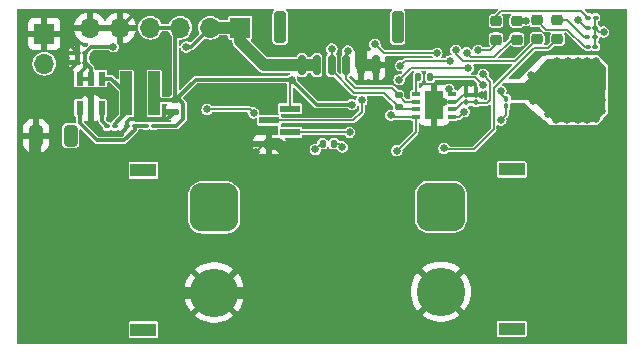
<source format=gbr>
%TF.GenerationSoftware,KiCad,Pcbnew,7.0.7*%
%TF.CreationDate,2023-09-11T02:53:06+05:30*%
%TF.ProjectId,DR1-Powie,4452312d-506f-4776-9965-2e6b69636164,rev?*%
%TF.SameCoordinates,Original*%
%TF.FileFunction,Copper,L2,Bot*%
%TF.FilePolarity,Positive*%
%FSLAX46Y46*%
G04 Gerber Fmt 4.6, Leading zero omitted, Abs format (unit mm)*
G04 Created by KiCad (PCBNEW 7.0.7) date 2023-09-11 02:53:06*
%MOMM*%
%LPD*%
G01*
G04 APERTURE LIST*
G04 Aperture macros list*
%AMRoundRect*
0 Rectangle with rounded corners*
0 $1 Rounding radius*
0 $2 $3 $4 $5 $6 $7 $8 $9 X,Y pos of 4 corners*
0 Add a 4 corners polygon primitive as box body*
4,1,4,$2,$3,$4,$5,$6,$7,$8,$9,$2,$3,0*
0 Add four circle primitives for the rounded corners*
1,1,$1+$1,$2,$3*
1,1,$1+$1,$4,$5*
1,1,$1+$1,$6,$7*
1,1,$1+$1,$8,$9*
0 Add four rect primitives between the rounded corners*
20,1,$1+$1,$2,$3,$4,$5,0*
20,1,$1+$1,$4,$5,$6,$7,0*
20,1,$1+$1,$6,$7,$8,$9,0*
20,1,$1+$1,$8,$9,$2,$3,0*%
G04 Aperture macros list end*
%TA.AperFunction,ComponentPad*%
%ADD10R,1.700000X1.700000*%
%TD*%
%TA.AperFunction,ComponentPad*%
%ADD11O,1.700000X1.700000*%
%TD*%
%TA.AperFunction,SMDPad,CuDef*%
%ADD12R,1.750000X0.600000*%
%TD*%
%TA.AperFunction,SMDPad,CuDef*%
%ADD13RoundRect,0.100000X0.100000X-0.130000X0.100000X0.130000X-0.100000X0.130000X-0.100000X-0.130000X0*%
%TD*%
%TA.AperFunction,SMDPad,CuDef*%
%ADD14RoundRect,0.135000X-0.135000X-0.185000X0.135000X-0.185000X0.135000X0.185000X-0.135000X0.185000X0*%
%TD*%
%TA.AperFunction,SMDPad,CuDef*%
%ADD15RoundRect,0.218750X0.256250X-0.218750X0.256250X0.218750X-0.256250X0.218750X-0.256250X-0.218750X0*%
%TD*%
%TA.AperFunction,SMDPad,CuDef*%
%ADD16RoundRect,0.100000X-0.130000X-0.100000X0.130000X-0.100000X0.130000X0.100000X-0.130000X0.100000X0*%
%TD*%
%TA.AperFunction,SMDPad,CuDef*%
%ADD17RoundRect,0.140000X-0.170000X0.140000X-0.170000X-0.140000X0.170000X-0.140000X0.170000X0.140000X0*%
%TD*%
%TA.AperFunction,SMDPad,CuDef*%
%ADD18RoundRect,0.140000X-0.140000X-0.170000X0.140000X-0.170000X0.140000X0.170000X-0.140000X0.170000X0*%
%TD*%
%TA.AperFunction,SMDPad,CuDef*%
%ADD19RoundRect,0.250000X0.325000X0.650000X-0.325000X0.650000X-0.325000X-0.650000X0.325000X-0.650000X0*%
%TD*%
%TA.AperFunction,ComponentPad*%
%ADD20R,2.200000X1.100000*%
%TD*%
%TA.AperFunction,ComponentPad*%
%ADD21RoundRect,1.025000X1.025000X-1.025000X1.025000X1.025000X-1.025000X1.025000X-1.025000X-1.025000X0*%
%TD*%
%TA.AperFunction,ComponentPad*%
%ADD22C,4.100000*%
%TD*%
%TA.AperFunction,SMDPad,CuDef*%
%ADD23RoundRect,0.100000X-0.100000X0.130000X-0.100000X-0.130000X0.100000X-0.130000X0.100000X0.130000X0*%
%TD*%
%TA.AperFunction,SMDPad,CuDef*%
%ADD24R,0.650000X0.350000*%
%TD*%
%TA.AperFunction,SMDPad,CuDef*%
%ADD25R,1.550000X2.400000*%
%TD*%
%TA.AperFunction,ComponentPad*%
%ADD26RoundRect,1.025000X-1.025000X1.025000X-1.025000X-1.025000X1.025000X-1.025000X1.025000X1.025000X0*%
%TD*%
%TA.AperFunction,SMDPad,CuDef*%
%ADD27RoundRect,0.100000X0.130000X0.100000X-0.130000X0.100000X-0.130000X-0.100000X0.130000X-0.100000X0*%
%TD*%
%TA.AperFunction,SMDPad,CuDef*%
%ADD28R,0.980000X3.700000*%
%TD*%
%TA.AperFunction,SMDPad,CuDef*%
%ADD29RoundRect,0.150000X-0.150000X-0.700000X0.150000X-0.700000X0.150000X0.700000X-0.150000X0.700000X0*%
%TD*%
%TA.AperFunction,SMDPad,CuDef*%
%ADD30RoundRect,0.250000X-0.250000X-1.100000X0.250000X-1.100000X0.250000X1.100000X-0.250000X1.100000X0*%
%TD*%
%TA.AperFunction,SMDPad,CuDef*%
%ADD31R,0.600000X1.200000*%
%TD*%
%TA.AperFunction,SMDPad,CuDef*%
%ADD32RoundRect,0.135000X-0.185000X0.135000X-0.185000X-0.135000X0.185000X-0.135000X0.185000X0.135000X0*%
%TD*%
%TA.AperFunction,ViaPad*%
%ADD33C,0.650000*%
%TD*%
%TA.AperFunction,Conductor*%
%ADD34C,0.160000*%
%TD*%
%TA.AperFunction,Conductor*%
%ADD35C,0.300000*%
%TD*%
%TA.AperFunction,Conductor*%
%ADD36C,0.200000*%
%TD*%
%TA.AperFunction,Conductor*%
%ADD37C,1.000000*%
%TD*%
G04 APERTURE END LIST*
D10*
%TO.P,J5,1,Pin_1*%
%TO.N,+5V*%
X107440000Y-40190000D03*
D11*
%TO.P,J5,2,Pin_2*%
X104900000Y-40190000D03*
%TO.P,J5,3,Pin_3*%
%TO.N,VDD*%
X102360000Y-40190000D03*
%TO.P,J5,4,Pin_4*%
X99820000Y-40190000D03*
%TO.P,J5,5,Pin_5*%
%TO.N,GND*%
X97280000Y-40190000D03*
%TO.P,J5,6,Pin_6*%
X94740000Y-40190000D03*
%TD*%
D10*
%TO.P,J4,1,Pin_1*%
%TO.N,GND*%
X90850000Y-40695000D03*
D11*
%TO.P,J4,2,Pin_2*%
%TO.N,+BATT*%
X90850000Y-43235000D03*
%TD*%
D12*
%TO.P,JDBG1,1,Pin_1*%
%TO.N,VDD*%
X111650000Y-47040000D03*
%TO.P,JDBG1,2,Pin_2*%
%TO.N,FMU_SWDIO*%
X109900000Y-48040000D03*
%TO.P,JDBG1,3,Pin_3*%
%TO.N,FMU_SWCLK*%
X111650000Y-49040000D03*
%TO.P,JDBG1,4,Pin_4*%
%TO.N,GND*%
X109900000Y-50040000D03*
%TD*%
D13*
%TO.P,C11,1*%
%TO.N,+5V*%
X126560000Y-46520000D03*
%TO.P,C11,2*%
%TO.N,GND*%
X126560000Y-45880000D03*
%TD*%
D14*
%TO.P,R9,1*%
%TO.N,Net-(U2-S)*%
X122490000Y-44400000D03*
%TO.P,R9,2*%
%TO.N,VDD*%
X123510000Y-44400000D03*
%TD*%
D15*
%TO.P,D2,1,K*%
%TO.N,GAUGE_LED2*%
X130870000Y-41187500D03*
%TO.P,D2,2,A*%
%TO.N,Net-(D2-A)*%
X130870000Y-39612500D03*
%TD*%
D16*
%TO.P,R6,1*%
%TO.N,Net-(D2-A)*%
X136845000Y-40227500D03*
%TO.P,R6,2*%
%TO.N,VDD*%
X137485000Y-40227500D03*
%TD*%
D17*
%TO.P,C16,1*%
%TO.N,VDD*%
X101930000Y-46330000D03*
%TO.P,C16,2*%
%TO.N,GND*%
X101930000Y-47290000D03*
%TD*%
D13*
%TO.P,C9,1*%
%TO.N,+5V*%
X127400000Y-46520000D03*
%TO.P,C9,2*%
%TO.N,GND*%
X127400000Y-45880000D03*
%TD*%
D16*
%TO.P,R5,1*%
%TO.N,Net-(D1-A)*%
X136890000Y-39327500D03*
%TO.P,R5,2*%
%TO.N,VDD*%
X137530000Y-39327500D03*
%TD*%
D18*
%TO.P,C24,1*%
%TO.N,CSENSE1*%
X114420000Y-50000000D03*
%TO.P,C24,2*%
%TO.N,CSENSE2*%
X115380000Y-50000000D03*
%TD*%
D19*
%TO.P,C19,1*%
%TO.N,+BATT*%
X93095000Y-49340000D03*
%TO.P,C19,2*%
%TO.N,GND*%
X90145000Y-49340000D03*
%TD*%
D15*
%TO.P,D1,1,K*%
%TO.N,GAUGE_LED1*%
X129100000Y-41187500D03*
%TO.P,D1,2,A*%
%TO.N,Net-(D1-A)*%
X129100000Y-39612500D03*
%TD*%
D20*
%TO.P,J2,*%
%TO.N,*%
X130430000Y-65690000D03*
X130430000Y-52190000D03*
D21*
%TO.P,J2,1,Pin_1*%
%TO.N,PSU2*%
X124430000Y-55340000D03*
D22*
%TO.P,J2,2,Pin_2*%
%TO.N,GND*%
X124430000Y-62540000D03*
%TD*%
D16*
%TO.P,R7,1*%
%TO.N,Net-(D3-A)*%
X136880000Y-41800000D03*
%TO.P,R7,2*%
%TO.N,VDD*%
X137520000Y-41800000D03*
%TD*%
D23*
%TO.P,R2,1*%
%TO.N,Net-(U1-NRST)*%
X129950000Y-46220000D03*
%TO.P,R2,2*%
%TO.N,VDD*%
X129950000Y-46860000D03*
%TD*%
D24*
%TO.P,U2,1,TXD*%
%TO.N,CAN1_TX*%
X125400000Y-45800000D03*
%TO.P,U2,2,GND*%
%TO.N,GND*%
X125400000Y-46450000D03*
%TO.P,U2,3,VCC*%
%TO.N,+5V*%
X125400000Y-47100000D03*
%TO.P,U2,4,RXD*%
%TO.N,CAN1_RX*%
X125400000Y-47750000D03*
%TO.P,U2,5,VIO*%
%TO.N,VDD*%
X122300000Y-47750000D03*
%TO.P,U2,6,CANL*%
%TO.N,CAN_L_1*%
X122300000Y-47100000D03*
%TO.P,U2,7,CANH*%
%TO.N,CAN_H_1*%
X122300000Y-46450000D03*
%TO.P,U2,8,S*%
%TO.N,Net-(U2-S)*%
X122300000Y-45800000D03*
D25*
%TO.P,U2,9,GND*%
%TO.N,GND*%
X123850000Y-46775000D03*
%TD*%
D20*
%TO.P,J1,*%
%TO.N,*%
X99240000Y-52260000D03*
X99240000Y-65760000D03*
D26*
%TO.P,J1,1,Pin_1*%
%TO.N,PSU*%
X105240000Y-55410000D03*
D22*
%TO.P,J1,2,Pin_2*%
%TO.N,GND*%
X105240000Y-62610000D03*
%TD*%
D27*
%TO.P,R3,1*%
%TO.N,VDD*%
X100100000Y-48490000D03*
%TO.P,R3,2*%
%TO.N,Net-(IC2-FB)*%
X99460000Y-48490000D03*
%TD*%
D28*
%TO.P,L1,1,1*%
%TO.N,Net-(IC2-SW)*%
X97797500Y-45757500D03*
%TO.P,L1,2,2*%
%TO.N,VDD*%
X100167500Y-45757500D03*
%TD*%
D27*
%TO.P,C14,1*%
%TO.N,+5V*%
X94317500Y-43152500D03*
%TO.P,C14,2*%
%TO.N,GND*%
X93677500Y-43152500D03*
%TD*%
%TO.P,C13,1*%
%TO.N,+5V*%
X94327500Y-42322500D03*
%TO.P,C13,2*%
%TO.N,GND*%
X93687500Y-42322500D03*
%TD*%
D29*
%TO.P,J3,1,Pin_1*%
%TO.N,+5V*%
X112675000Y-43350000D03*
%TO.P,J3,2,Pin_2*%
X113925000Y-43350000D03*
%TO.P,J3,3,Pin_3*%
%TO.N,CAN_L_1*%
X115175000Y-43350000D03*
%TO.P,J3,4,Pin_4*%
%TO.N,CAN_H_1*%
X116425000Y-43350000D03*
%TO.P,J3,5,Pin_5*%
%TO.N,GND*%
X117675000Y-43350000D03*
%TO.P,J3,6,Pin_6*%
X118925000Y-43350000D03*
D30*
%TO.P,J3,MP*%
%TO.N,N/C*%
X110825000Y-40150000D03*
X120775000Y-40150000D03*
%TD*%
D27*
%TO.P,R13,1*%
%TO.N,Net-(IC2-FB)*%
X98510000Y-48500000D03*
%TO.P,R13,2*%
%TO.N,GND*%
X97870000Y-48500000D03*
%TD*%
D15*
%TO.P,D4,1,K*%
%TO.N,GAUGE_LED4*%
X134290000Y-41127500D03*
%TO.P,D4,2,A*%
%TO.N,Net-(D4-A)*%
X134290000Y-39552500D03*
%TD*%
D27*
%TO.P,C15,1*%
%TO.N,Net-(IC2-SW)*%
X96810000Y-48540000D03*
%TO.P,C15,2*%
%TO.N,Net-(IC2-CB)*%
X96170000Y-48540000D03*
%TD*%
D31*
%TO.P,IC2,1,CB*%
%TO.N,Net-(IC2-CB)*%
X95742500Y-46992500D03*
%TO.P,IC2,2,GND*%
%TO.N,GND*%
X94792500Y-46992500D03*
%TO.P,IC2,3,FB*%
%TO.N,Net-(IC2-FB)*%
X93842500Y-46992500D03*
%TO.P,IC2,4,EN*%
%TO.N,+5V*%
X93842500Y-44492500D03*
%TO.P,IC2,5,VIN*%
X94792500Y-44492500D03*
%TO.P,IC2,6,SW*%
%TO.N,Net-(IC2-SW)*%
X95742500Y-44492500D03*
%TD*%
D15*
%TO.P,D3,1,K*%
%TO.N,GAUGE_LED3*%
X132580000Y-41137500D03*
%TO.P,D3,2,A*%
%TO.N,Net-(D3-A)*%
X132580000Y-39562500D03*
%TD*%
D32*
%TO.P,R10,1*%
%TO.N,CAN_H_1*%
X120870000Y-45900000D03*
%TO.P,R10,2*%
%TO.N,CAN_L_1*%
X120870000Y-46920000D03*
%TD*%
D16*
%TO.P,R8,1*%
%TO.N,Net-(D4-A)*%
X136830000Y-41000000D03*
%TO.P,R8,2*%
%TO.N,VDD*%
X137470000Y-41000000D03*
%TD*%
D33*
%TO.N,VDD*%
X129500000Y-48000000D03*
X120700000Y-50600000D03*
X111800000Y-44600000D03*
X138200000Y-40550000D03*
X128000000Y-45050000D03*
X116900000Y-46700000D03*
X120200000Y-47600000D03*
%TO.N,+5V*%
X128000000Y-44150000D03*
X96680000Y-41790000D03*
X102860000Y-41810000D03*
X124100000Y-42350000D03*
X118850000Y-41600000D03*
%TO.N,GND*%
X138100000Y-47200000D03*
X135200000Y-43000000D03*
X122100000Y-41350000D03*
X110500000Y-45500000D03*
X133500000Y-43400000D03*
X123850000Y-46800000D03*
X136800000Y-48000000D03*
X108815000Y-50715000D03*
X136000000Y-48000000D03*
X133500000Y-47500000D03*
X128900000Y-43700000D03*
X138100000Y-46300000D03*
X116150000Y-40000000D03*
X132100000Y-44220000D03*
X135100000Y-48000000D03*
X118550000Y-46550000D03*
X116500000Y-47400000D03*
X138100000Y-43700000D03*
X136800000Y-43000000D03*
X105800000Y-41850000D03*
X138100000Y-44500000D03*
X127900000Y-45850000D03*
X112100000Y-51500000D03*
X137600000Y-47900000D03*
X138100000Y-45400000D03*
X90090000Y-49380000D03*
X134300000Y-43000000D03*
X137600000Y-43000000D03*
X136000000Y-43000000D03*
X132200000Y-46400000D03*
X124700000Y-46450000D03*
X134200000Y-48000000D03*
%TO.N,GAUGE_LED1*%
X127600000Y-42100000D03*
%TO.N,GAUGE_LED2*%
X126600000Y-42300000D03*
%TO.N,Net-(D2-A)*%
X131600000Y-39600000D03*
X136000000Y-39500000D03*
%TO.N,GAUGE_LED3*%
X125700000Y-42100000D03*
%TO.N,GAUGE_LED4*%
X124700000Y-50400000D03*
%TO.N,+BATT*%
X93060000Y-49340000D03*
%TO.N,CSENSE1*%
X113800000Y-50500000D03*
%TO.N,CSNSR_CS*%
X121000000Y-43400000D03*
X125200000Y-43000000D03*
%TO.N,CSNSR_ALERT*%
X120900000Y-44600000D03*
X126750000Y-43600000D03*
%TO.N,CSENSE2*%
X116100000Y-50300000D03*
%TO.N,CAN_L_1*%
X115200000Y-42000000D03*
%TO.N,CAN_H_1*%
X116550000Y-42150000D03*
%TO.N,FMU_SWDIO*%
X117750000Y-46350000D03*
%TO.N,FMU_SWCLK*%
X116700000Y-49050000D03*
%TO.N,Net-(U1-NRST)*%
X129500000Y-45550000D03*
%TO.N,CAN1_RX*%
X126400000Y-47300000D03*
%TO.N,CAN1_TX*%
X125100000Y-45400000D03*
%TO.N,Net-(IC3-FB)*%
X108580000Y-47400000D03*
X104630000Y-47110000D03*
%TD*%
D34*
%TO.N,VDD*%
X120700000Y-50600000D02*
X122300000Y-49000000D01*
X129950000Y-47550000D02*
X129500000Y-48000000D01*
D35*
X102330000Y-46330000D02*
X101930000Y-46330000D01*
X109200000Y-44600000D02*
X111800000Y-44600000D01*
D34*
X120350000Y-47750000D02*
X120200000Y-47600000D01*
D35*
X101930000Y-40620000D02*
X102360000Y-40190000D01*
D36*
X111650000Y-44750000D02*
X111800000Y-44600000D01*
D35*
X113900000Y-46700000D02*
X115300000Y-46700000D01*
D34*
X137807500Y-40550000D02*
X137485000Y-40227500D01*
X129950000Y-46860000D02*
X129950000Y-47550000D01*
X137520000Y-41800000D02*
X137520000Y-39337500D01*
D35*
X100100000Y-48490000D02*
X102020000Y-48490000D01*
X103660000Y-44600000D02*
X108000000Y-44600000D01*
D34*
X127350000Y-44400000D02*
X123510000Y-44400000D01*
D35*
X108000000Y-44600000D02*
X109455000Y-44600000D01*
D34*
X137520000Y-39337500D02*
X137530000Y-39327500D01*
X128000000Y-45050000D02*
X127350000Y-44400000D01*
D36*
X111650000Y-47040000D02*
X111650000Y-44750000D01*
D34*
X122300000Y-47750000D02*
X120350000Y-47750000D01*
D35*
X116900000Y-46700000D02*
X115300000Y-46700000D01*
D34*
X137530000Y-41827500D02*
X137430000Y-41927500D01*
X138200000Y-40550000D02*
X137807500Y-40550000D01*
D35*
X111800000Y-44600000D02*
X113900000Y-46700000D01*
X101930000Y-46330000D02*
X100740000Y-46330000D01*
X101930000Y-46330000D02*
X101930000Y-40620000D01*
X111800000Y-44600000D02*
X113890000Y-46690000D01*
X102630000Y-46630000D02*
X102330000Y-46330000D01*
D34*
X122300000Y-49000000D02*
X122300000Y-47750000D01*
D35*
X101930000Y-46330000D02*
X103660000Y-44600000D01*
X102020000Y-48490000D02*
X102630000Y-47880000D01*
X102630000Y-47880000D02*
X102630000Y-46630000D01*
X100740000Y-46330000D02*
X100167500Y-45757500D01*
X102360000Y-40190000D02*
X99820000Y-40190000D01*
%TO.N,+5V*%
X102860000Y-41810000D02*
X103280000Y-41810000D01*
X94792500Y-44492500D02*
X94792500Y-43627500D01*
D34*
X124100000Y-42350000D02*
X119600000Y-42350000D01*
D35*
X96680000Y-41790000D02*
X96700000Y-41810000D01*
X94792500Y-44492500D02*
X93842500Y-44492500D01*
D37*
X107440000Y-41340000D02*
X107440000Y-40190000D01*
X113600000Y-43350000D02*
X112675000Y-43350000D01*
D34*
X128550000Y-45208000D02*
X128550000Y-46350000D01*
X128600000Y-44750000D02*
X128600000Y-45158000D01*
D37*
X104900000Y-40190000D02*
X107440000Y-40190000D01*
D36*
X125700000Y-47100000D02*
X126280000Y-46520000D01*
D35*
X94317500Y-42332500D02*
X94327500Y-42322500D01*
D34*
X128000000Y-44150000D02*
X128600000Y-44750000D01*
X128550000Y-46350000D02*
X128350000Y-46550000D01*
D35*
X94317500Y-43572500D02*
X94317500Y-43152500D01*
X94317500Y-43152500D02*
X94317500Y-42332500D01*
X103280000Y-41810000D02*
X104900000Y-40190000D01*
X93842500Y-44047500D02*
X94317500Y-43572500D01*
D34*
X128350000Y-46550000D02*
X127430000Y-46550000D01*
D36*
X125400000Y-47100000D02*
X125700000Y-47100000D01*
D34*
X127430000Y-46550000D02*
X127400000Y-46520000D01*
D35*
X94792500Y-43627500D02*
X94317500Y-43152500D01*
X94327500Y-42322500D02*
X94840000Y-41810000D01*
D37*
X112675000Y-43350000D02*
X109450000Y-43350000D01*
D35*
X94840000Y-41810000D02*
X96660000Y-41810000D01*
X96660000Y-41810000D02*
X96680000Y-41790000D01*
D36*
X126560000Y-46520000D02*
X127400000Y-46520000D01*
D37*
X109450000Y-43350000D02*
X107440000Y-41340000D01*
D35*
X93842500Y-44492500D02*
X93842500Y-44047500D01*
D34*
X119600000Y-42350000D02*
X118850000Y-41600000D01*
D36*
X126280000Y-46520000D02*
X126560000Y-46520000D01*
D34*
X128600000Y-45158000D02*
X128550000Y-45208000D01*
D36*
%TO.N,GND*%
X125400000Y-46450000D02*
X125750000Y-46450000D01*
D35*
X92060000Y-40695000D02*
X90850000Y-40695000D01*
X115800000Y-51500000D02*
X112100000Y-51500000D01*
X93687500Y-42322500D02*
X92060000Y-40695000D01*
D36*
X109900000Y-50040000D02*
X109490000Y-50040000D01*
D34*
X123850000Y-46800000D02*
X123825000Y-46800000D01*
D35*
X98620000Y-38850000D02*
X97280000Y-40190000D01*
D37*
X97010000Y-62610000D02*
X105240000Y-62610000D01*
X118925000Y-43350000D02*
X117675000Y-43350000D01*
D36*
X125750000Y-46450000D02*
X126320000Y-45880000D01*
X109490000Y-50040000D02*
X108815000Y-50715000D01*
D37*
X105240000Y-62610000D02*
X107990000Y-62610000D01*
X110640000Y-50040000D02*
X109900000Y-50040000D01*
D36*
X126560000Y-45880000D02*
X127400000Y-45880000D01*
D35*
X93647500Y-43152500D02*
X93677500Y-43152500D01*
D37*
X112140000Y-51540000D02*
X112100000Y-51500000D01*
D34*
X121550000Y-41900000D02*
X120250000Y-41900000D01*
D37*
X90090000Y-55690000D02*
X97010000Y-62610000D01*
D35*
X93677500Y-42332500D02*
X93687500Y-42322500D01*
D37*
X112140000Y-58460000D02*
X112140000Y-51540000D01*
D34*
X127900000Y-45850000D02*
X127430000Y-45850000D01*
D35*
X97250000Y-49250000D02*
X95510000Y-49250000D01*
D34*
X132200000Y-46400000D02*
X132100000Y-46300000D01*
D35*
X118150000Y-49150000D02*
X115800000Y-51500000D01*
D34*
X120250000Y-41900000D02*
X118350000Y-40000000D01*
D35*
X101270000Y-47950000D02*
X101930000Y-47290000D01*
X94792500Y-48532500D02*
X94792500Y-46992500D01*
D34*
X124175000Y-46450000D02*
X123850000Y-46775000D01*
D35*
X92800000Y-44000000D02*
X93647500Y-43152500D01*
D37*
X117675000Y-43350000D02*
X117675000Y-41525000D01*
D34*
X124700000Y-46450000D02*
X124175000Y-46450000D01*
D35*
X93677500Y-43152500D02*
X93677500Y-42332500D01*
X98100000Y-47950000D02*
X101270000Y-47950000D01*
D37*
X90090000Y-49380000D02*
X90090000Y-55690000D01*
D36*
X126320000Y-45880000D02*
X126560000Y-45880000D01*
D34*
X123825000Y-46800000D02*
X123850000Y-46775000D01*
X125400000Y-46450000D02*
X124700000Y-46450000D01*
X118350000Y-40000000D02*
X116150000Y-40000000D01*
D35*
X92800000Y-45500000D02*
X92800000Y-44000000D01*
X118550000Y-46550000D02*
X118150000Y-46950000D01*
X94792500Y-46992500D02*
X94792500Y-46192500D01*
X109500000Y-39600000D02*
X108750000Y-38850000D01*
X97870000Y-48630000D02*
X97250000Y-49250000D01*
D37*
X107990000Y-62610000D02*
X112140000Y-58460000D01*
X117675000Y-41525000D02*
X116150000Y-40000000D01*
D35*
X116150000Y-40000000D02*
X113450000Y-40000000D01*
X108750000Y-38850000D02*
X98620000Y-38850000D01*
D34*
X122100000Y-41350000D02*
X121550000Y-41900000D01*
D37*
X112100000Y-51500000D02*
X110640000Y-50040000D01*
D35*
X95510000Y-49250000D02*
X94792500Y-48532500D01*
X109500000Y-41500000D02*
X109500000Y-39600000D01*
X113450000Y-40000000D02*
X111550000Y-41900000D01*
X97870000Y-48500000D02*
X97870000Y-48180000D01*
X93100000Y-45800000D02*
X92800000Y-45500000D01*
X109900000Y-41900000D02*
X109500000Y-41500000D01*
D34*
X132100000Y-46300000D02*
X132100000Y-44220000D01*
D35*
X94400000Y-45800000D02*
X93100000Y-45800000D01*
X118150000Y-46950000D02*
X118150000Y-49150000D01*
D34*
X127430000Y-45850000D02*
X127400000Y-45880000D01*
D35*
X111550000Y-41900000D02*
X109900000Y-41900000D01*
D34*
X123850000Y-46775000D02*
X123850000Y-46800000D01*
D35*
X97870000Y-48500000D02*
X97870000Y-48630000D01*
X94792500Y-46192500D02*
X94400000Y-45800000D01*
X97870000Y-48180000D02*
X98100000Y-47950000D01*
D34*
%TO.N,GAUGE_LED1*%
X129100000Y-41600000D02*
X129100000Y-41187500D01*
X128600000Y-42100000D02*
X129100000Y-41600000D01*
X127600000Y-42100000D02*
X128600000Y-42100000D01*
%TO.N,Net-(D1-A)*%
X129100000Y-39200000D02*
X129550000Y-38750000D01*
X136312500Y-38750000D02*
X136890000Y-39327500D01*
X129550000Y-38750000D02*
X136312500Y-38750000D01*
X129100000Y-39612500D02*
X129100000Y-39200000D01*
%TO.N,GAUGE_LED2*%
X127000000Y-42700000D02*
X126600000Y-42300000D01*
X130870000Y-41187500D02*
X130412500Y-41187500D01*
X128900000Y-42700000D02*
X127000000Y-42700000D01*
X130412500Y-41187500D02*
X128900000Y-42700000D01*
%TO.N,Net-(D2-A)*%
X136000000Y-39500000D02*
X136727500Y-40227500D01*
X130882500Y-39600000D02*
X130870000Y-39612500D01*
X136727500Y-40227500D02*
X136845000Y-40227500D01*
X131600000Y-39600000D02*
X130882500Y-39600000D01*
%TO.N,GAUGE_LED3*%
X125700000Y-42100000D02*
X125700000Y-42400000D01*
X126313000Y-43013000D02*
X130704500Y-43013000D01*
X125700000Y-42400000D02*
X126313000Y-43013000D01*
X130704500Y-43013000D02*
X132580000Y-41137500D01*
%TO.N,Net-(D3-A)*%
X136600000Y-41800000D02*
X135150000Y-40350000D01*
X135150000Y-40350000D02*
X133367500Y-40350000D01*
X136880000Y-41800000D02*
X136600000Y-41800000D01*
X133367500Y-40350000D02*
X132580000Y-39562500D01*
%TO.N,GAUGE_LED4*%
X133517500Y-41900000D02*
X134290000Y-41127500D01*
X128900000Y-48800000D02*
X128900000Y-45300000D01*
X127200000Y-50500000D02*
X128900000Y-48800000D01*
X124700000Y-50400000D02*
X124800000Y-50500000D01*
X128900000Y-45300000D02*
X132300000Y-41900000D01*
X132300000Y-41900000D02*
X133517500Y-41900000D01*
X124800000Y-50500000D02*
X127200000Y-50500000D01*
%TO.N,Net-(D4-A)*%
X136830000Y-41000000D02*
X136550000Y-41000000D01*
X135102500Y-39552500D02*
X134290000Y-39552500D01*
X136550000Y-41000000D02*
X135102500Y-39552500D01*
D36*
%TO.N,CSENSE1*%
X114300000Y-50000000D02*
X114420000Y-50000000D01*
X113800000Y-50500000D02*
X114300000Y-50000000D01*
D34*
%TO.N,CSNSR_CS*%
X121400000Y-43000000D02*
X121000000Y-43400000D01*
X125200000Y-43000000D02*
X121400000Y-43000000D01*
%TO.N,CSNSR_ALERT*%
X126750000Y-43600000D02*
X121900000Y-43600000D01*
X121900000Y-43600000D02*
X120900000Y-44600000D01*
D36*
%TO.N,CSENSE2*%
X115380000Y-50000000D02*
X115800000Y-50000000D01*
X115800000Y-50000000D02*
X116100000Y-50300000D01*
D35*
%TO.N,Net-(IC2-SW)*%
X95742500Y-44492500D02*
X96532500Y-44492500D01*
X97797500Y-47342500D02*
X97797500Y-45757500D01*
X96810000Y-48330000D02*
X97797500Y-47342500D01*
X96532500Y-44492500D02*
X97797500Y-45757500D01*
X96810000Y-48540000D02*
X96810000Y-48330000D01*
D36*
%TO.N,CAN_L_1*%
X122300000Y-47100000D02*
X121050000Y-47100000D01*
X121050000Y-47100000D02*
X120870000Y-46920000D01*
D34*
X115175000Y-43350000D02*
X115175000Y-42025000D01*
D36*
X115175000Y-43775000D02*
X117100000Y-45700000D01*
X117100000Y-45700000D02*
X119650000Y-45700000D01*
X115175000Y-43350000D02*
X115175000Y-43775000D01*
D34*
X115175000Y-42025000D02*
X115200000Y-42000000D01*
D36*
X119650000Y-45700000D02*
X120870000Y-46920000D01*
%TO.N,CAN_H_1*%
X121420000Y-46450000D02*
X120870000Y-45900000D01*
D34*
X116425000Y-43350000D02*
X116425000Y-42275000D01*
D36*
X120870000Y-45900000D02*
X120870000Y-45870000D01*
X120870000Y-45870000D02*
X120300000Y-45300000D01*
X122300000Y-46450000D02*
X121420000Y-46450000D01*
X117200000Y-45300000D02*
X116425000Y-44525000D01*
X116425000Y-44525000D02*
X116425000Y-43350000D01*
X120300000Y-45300000D02*
X117200000Y-45300000D01*
D34*
X116425000Y-42275000D02*
X116550000Y-42150000D01*
%TO.N,FMU_SWDIO*%
X117750000Y-46350000D02*
X117750000Y-47300000D01*
X117750000Y-47300000D02*
X117010000Y-48040000D01*
X117010000Y-48040000D02*
X109900000Y-48040000D01*
%TO.N,FMU_SWCLK*%
X116700000Y-49050000D02*
X116690000Y-49040000D01*
X116690000Y-49040000D02*
X111650000Y-49040000D01*
%TO.N,Net-(U1-NRST)*%
X129500000Y-45750000D02*
X129500000Y-45550000D01*
X129950000Y-46220000D02*
X129950000Y-46200000D01*
X129950000Y-46200000D02*
X129700000Y-45950000D01*
X129700000Y-45950000D02*
X129500000Y-45750000D01*
%TO.N,Net-(U2-S)*%
X122300000Y-45800000D02*
X122300000Y-44590000D01*
X122300000Y-44590000D02*
X122490000Y-44400000D01*
D36*
%TO.N,CAN1_RX*%
X125950000Y-47750000D02*
X125400000Y-47750000D01*
X126400000Y-47300000D02*
X125950000Y-47750000D01*
%TO.N,CAN1_TX*%
X125100000Y-45400000D02*
X125400000Y-45700000D01*
X125400000Y-45700000D02*
X125400000Y-45800000D01*
D35*
%TO.N,Net-(IC2-CB)*%
X95742500Y-48112500D02*
X96170000Y-48540000D01*
X95742500Y-46992500D02*
X95742500Y-48112500D01*
%TO.N,Net-(IC2-FB)*%
X98510000Y-48500000D02*
X98510000Y-48810000D01*
X97610000Y-49710000D02*
X95320000Y-49710000D01*
X98510000Y-48810000D02*
X97610000Y-49710000D01*
X95320000Y-49710000D02*
X93842500Y-48232500D01*
X99460000Y-48490000D02*
X99450000Y-48500000D01*
X99450000Y-48500000D02*
X98510000Y-48500000D01*
X93842500Y-48232500D02*
X93842500Y-46992500D01*
D36*
%TO.N,Net-(IC3-FB)*%
X108290000Y-47110000D02*
X108580000Y-47400000D01*
X104630000Y-47110000D02*
X108290000Y-47110000D01*
%TD*%
%TA.AperFunction,Conductor*%
%TO.N,GND*%
G36*
X138100000Y-43500000D02*
G01*
X138200000Y-47200000D01*
X137500000Y-48000000D01*
X134100000Y-48000000D01*
X132200000Y-46300000D01*
X130449500Y-46300000D01*
X130391309Y-46281093D01*
X130355345Y-46231593D01*
X130350500Y-46201001D01*
X130350499Y-46045140D01*
X130350499Y-46045136D01*
X130347585Y-46020009D01*
X130302206Y-45917235D01*
X130222765Y-45837794D01*
X130119991Y-45792415D01*
X130119990Y-45792414D01*
X130119988Y-45792414D01*
X130099818Y-45790074D01*
X130044194Y-45764585D01*
X130014176Y-45711270D01*
X130013076Y-45678811D01*
X130030035Y-45550000D01*
X130011974Y-45412817D01*
X130000000Y-45383908D01*
X130000000Y-44900000D01*
X131449999Y-44900000D01*
X131450000Y-44900000D01*
X132250000Y-44100000D01*
X132700000Y-44100000D01*
X133800000Y-43000000D01*
X137600000Y-43000000D01*
X138100000Y-43500000D01*
G37*
%TD.AperFunction*%
%TA.AperFunction,Conductor*%
G36*
X131028996Y-44521004D02*
G01*
X130974479Y-44548781D01*
X130958992Y-44550000D01*
X130285695Y-44550000D01*
X130227504Y-44531093D01*
X130191540Y-44481593D01*
X130191540Y-44420407D01*
X130215691Y-44380996D01*
X130496687Y-44100000D01*
X131450000Y-44100000D01*
X131028996Y-44521004D01*
G37*
%TD.AperFunction*%
%TD*%
%TA.AperFunction,Conductor*%
%TO.N,GND*%
G36*
X110313223Y-38618515D02*
G01*
X110339558Y-38664129D01*
X110330412Y-38716000D01*
X110318175Y-38731947D01*
X110242038Y-38808083D01*
X110242034Y-38808089D01*
X110183576Y-38922819D01*
X110168500Y-39018010D01*
X110168500Y-41281988D01*
X110183576Y-41377180D01*
X110206599Y-41422365D01*
X110242035Y-41491913D01*
X110333087Y-41582965D01*
X110447819Y-41641423D01*
X110543009Y-41656500D01*
X111106990Y-41656499D01*
X111202181Y-41641423D01*
X111316913Y-41582965D01*
X111407965Y-41491913D01*
X111466423Y-41377181D01*
X111481500Y-41281991D01*
X111481499Y-39018010D01*
X111466423Y-38922819D01*
X111407965Y-38808087D01*
X111331825Y-38731946D01*
X111309565Y-38684211D01*
X111323197Y-38633335D01*
X111366343Y-38603124D01*
X111386272Y-38600500D01*
X120213728Y-38600500D01*
X120263223Y-38618515D01*
X120289558Y-38664129D01*
X120280412Y-38716000D01*
X120268175Y-38731947D01*
X120192038Y-38808083D01*
X120192034Y-38808089D01*
X120133576Y-38922819D01*
X120118500Y-39018010D01*
X120118500Y-41281988D01*
X120133576Y-41377180D01*
X120156599Y-41422365D01*
X120192035Y-41491913D01*
X120283087Y-41582965D01*
X120397819Y-41641423D01*
X120493009Y-41656500D01*
X121056990Y-41656499D01*
X121152181Y-41641423D01*
X121266913Y-41582965D01*
X121357965Y-41491913D01*
X121416423Y-41377181D01*
X121431500Y-41281991D01*
X121431499Y-39018010D01*
X121416423Y-38922819D01*
X121357965Y-38808087D01*
X121281825Y-38731946D01*
X121259565Y-38684211D01*
X121273197Y-38633335D01*
X121316343Y-38603124D01*
X121336272Y-38600500D01*
X129179143Y-38600500D01*
X129228638Y-38618515D01*
X129254973Y-38664129D01*
X129245827Y-38716000D01*
X129233590Y-38731947D01*
X128969590Y-38995947D01*
X128921854Y-39018207D01*
X128915144Y-39018500D01*
X128808139Y-39018500D01*
X128735197Y-39029126D01*
X128735195Y-39029127D01*
X128622687Y-39084129D01*
X128622682Y-39084132D01*
X128534132Y-39172682D01*
X128534129Y-39172687D01*
X128479129Y-39285191D01*
X128479126Y-39285199D01*
X128468500Y-39358133D01*
X128468500Y-39866860D01*
X128479126Y-39939802D01*
X128479127Y-39939804D01*
X128534129Y-40052312D01*
X128534132Y-40052317D01*
X128622682Y-40140867D01*
X128622684Y-40140868D01*
X128622686Y-40140870D01*
X128735197Y-40195873D01*
X128808135Y-40206500D01*
X129391864Y-40206499D01*
X129464803Y-40195873D01*
X129577314Y-40140870D01*
X129665870Y-40052314D01*
X129720873Y-39939803D01*
X129731500Y-39866865D01*
X129731499Y-39358136D01*
X129720873Y-39285197D01*
X129665870Y-39172686D01*
X129665868Y-39172684D01*
X129665867Y-39172682D01*
X129618270Y-39125085D01*
X129596010Y-39077349D01*
X129609642Y-39026473D01*
X129618274Y-39016187D01*
X129625413Y-39009049D01*
X129673150Y-38986793D01*
X129679856Y-38986500D01*
X130304421Y-38986500D01*
X130353916Y-39004515D01*
X130380251Y-39050129D01*
X130371105Y-39102000D01*
X130358868Y-39117947D01*
X130304132Y-39172682D01*
X130304129Y-39172687D01*
X130249129Y-39285191D01*
X130249126Y-39285199D01*
X130238500Y-39358133D01*
X130238500Y-39866860D01*
X130249126Y-39939802D01*
X130249127Y-39939804D01*
X130304129Y-40052312D01*
X130304132Y-40052317D01*
X130392682Y-40140867D01*
X130392684Y-40140868D01*
X130392686Y-40140870D01*
X130505197Y-40195873D01*
X130578135Y-40206500D01*
X131161864Y-40206499D01*
X131234803Y-40195873D01*
X131347314Y-40140870D01*
X131402543Y-40085639D01*
X131450279Y-40063379D01*
X131478681Y-40066204D01*
X131530771Y-40081500D01*
X131530773Y-40081500D01*
X131669227Y-40081500D01*
X131669229Y-40081500D01*
X131802079Y-40042491D01*
X131905582Y-39975973D01*
X131956959Y-39964369D01*
X132003774Y-39988505D01*
X132009920Y-39997482D01*
X132010424Y-39997123D01*
X132014132Y-40002317D01*
X132102682Y-40090867D01*
X132102684Y-40090868D01*
X132102686Y-40090870D01*
X132215197Y-40145873D01*
X132288135Y-40156500D01*
X132807644Y-40156499D01*
X132857139Y-40174513D01*
X132862090Y-40179052D01*
X133195185Y-40512146D01*
X133196547Y-40513581D01*
X133203045Y-40520798D01*
X133223660Y-40543694D01*
X133225383Y-40545607D01*
X133248765Y-40556017D01*
X133259377Y-40561778D01*
X133280852Y-40575725D01*
X133289740Y-40577132D01*
X133309012Y-40582841D01*
X133317230Y-40586500D01*
X133342822Y-40586500D01*
X133354867Y-40587448D01*
X133380154Y-40591453D01*
X133388846Y-40589123D01*
X133408776Y-40586500D01*
X133650245Y-40586500D01*
X133699740Y-40604515D01*
X133726075Y-40650129D01*
X133719421Y-40697318D01*
X133669129Y-40800191D01*
X133669126Y-40800199D01*
X133658500Y-40873133D01*
X133658500Y-41381865D01*
X133658702Y-41384637D01*
X133657567Y-41384719D01*
X133647657Y-41432471D01*
X133636609Y-41446428D01*
X133442090Y-41640947D01*
X133394356Y-41663207D01*
X133387645Y-41663500D01*
X133227088Y-41663500D01*
X133177593Y-41645485D01*
X133151258Y-41599871D01*
X133157912Y-41552682D01*
X133176297Y-41515074D01*
X133200873Y-41464803D01*
X133211500Y-41391865D01*
X133211499Y-40883136D01*
X133200873Y-40810197D01*
X133145870Y-40697686D01*
X133145868Y-40697684D01*
X133145867Y-40697682D01*
X133057317Y-40609132D01*
X133057312Y-40609129D01*
X132944808Y-40554129D01*
X132944800Y-40554126D01*
X132871866Y-40543500D01*
X132288139Y-40543500D01*
X132215197Y-40554126D01*
X132215195Y-40554127D01*
X132102687Y-40609129D01*
X132102682Y-40609132D01*
X132014132Y-40697682D01*
X132014129Y-40697687D01*
X131959129Y-40810191D01*
X131959126Y-40810199D01*
X131948500Y-40883133D01*
X131948500Y-41391865D01*
X131948702Y-41394637D01*
X131947567Y-41394719D01*
X131937657Y-41442471D01*
X131926609Y-41456428D01*
X130629092Y-42753947D01*
X130581356Y-42776207D01*
X130574645Y-42776500D01*
X129343855Y-42776500D01*
X129294360Y-42758485D01*
X129268025Y-42712871D01*
X129277171Y-42661000D01*
X129289408Y-42645053D01*
X129526379Y-42408082D01*
X130251191Y-41683268D01*
X130298926Y-41661009D01*
X130349802Y-41674641D01*
X130360084Y-41683269D01*
X130392682Y-41715867D01*
X130392684Y-41715868D01*
X130392686Y-41715870D01*
X130505197Y-41770873D01*
X130578135Y-41781500D01*
X131161864Y-41781499D01*
X131234803Y-41770873D01*
X131347314Y-41715870D01*
X131435870Y-41627314D01*
X131490873Y-41514803D01*
X131501500Y-41441865D01*
X131501499Y-40933136D01*
X131490873Y-40860197D01*
X131435870Y-40747686D01*
X131435868Y-40747684D01*
X131435867Y-40747682D01*
X131347317Y-40659132D01*
X131347312Y-40659129D01*
X131234808Y-40604129D01*
X131234800Y-40604126D01*
X131161866Y-40593500D01*
X130578139Y-40593500D01*
X130505197Y-40604126D01*
X130505195Y-40604127D01*
X130392687Y-40659129D01*
X130392682Y-40659132D01*
X130304132Y-40747682D01*
X130304129Y-40747687D01*
X130249129Y-40860191D01*
X130249126Y-40860199D01*
X130238500Y-40933133D01*
X130238500Y-40995143D01*
X130220485Y-41044638D01*
X130215947Y-41049590D01*
X129862946Y-41402590D01*
X129815210Y-41424850D01*
X129764334Y-41411218D01*
X129734123Y-41368072D01*
X129731499Y-41348149D01*
X129731499Y-40933136D01*
X129720873Y-40860197D01*
X129665870Y-40747686D01*
X129665868Y-40747684D01*
X129665867Y-40747682D01*
X129577317Y-40659132D01*
X129577312Y-40659129D01*
X129464808Y-40604129D01*
X129464800Y-40604126D01*
X129391866Y-40593500D01*
X128808139Y-40593500D01*
X128735197Y-40604126D01*
X128735195Y-40604127D01*
X128622687Y-40659129D01*
X128622682Y-40659132D01*
X128534132Y-40747682D01*
X128534129Y-40747687D01*
X128479129Y-40860191D01*
X128479126Y-40860199D01*
X128468500Y-40933133D01*
X128468500Y-41441860D01*
X128479126Y-41514802D01*
X128479127Y-41514804D01*
X128534129Y-41627312D01*
X128534132Y-41627317D01*
X128581729Y-41674914D01*
X128603989Y-41722650D01*
X128590357Y-41773526D01*
X128581730Y-41783807D01*
X128524593Y-41840946D01*
X128476857Y-41863207D01*
X128470145Y-41863500D01*
X128067351Y-41863500D01*
X128017856Y-41845485D01*
X128009163Y-41836929D01*
X127918558Y-41732365D01*
X127802079Y-41657509D01*
X127669229Y-41618500D01*
X127530771Y-41618500D01*
X127397921Y-41657509D01*
X127397920Y-41657509D01*
X127281442Y-41732365D01*
X127190770Y-41837005D01*
X127133254Y-41962950D01*
X127130466Y-41982341D01*
X127105589Y-42028767D01*
X127056691Y-42048341D01*
X127006650Y-42031905D01*
X126996057Y-42021804D01*
X126918558Y-41932365D01*
X126802079Y-41857509D01*
X126669229Y-41818500D01*
X126530771Y-41818500D01*
X126397921Y-41857509D01*
X126397920Y-41857509D01*
X126281443Y-41932364D01*
X126281442Y-41932364D01*
X126281442Y-41932365D01*
X126275644Y-41939055D01*
X126229618Y-41964662D01*
X126177899Y-41954693D01*
X126147412Y-41920616D01*
X126109229Y-41837005D01*
X126018558Y-41732365D01*
X125902079Y-41657509D01*
X125769229Y-41618500D01*
X125630771Y-41618500D01*
X125497921Y-41657509D01*
X125497920Y-41657509D01*
X125381442Y-41732365D01*
X125290770Y-41837005D01*
X125233254Y-41962950D01*
X125233254Y-41962951D01*
X125218457Y-42065868D01*
X125213549Y-42100000D01*
X125222075Y-42159302D01*
X125233254Y-42237048D01*
X125233254Y-42237049D01*
X125290770Y-42362994D01*
X125290771Y-42362995D01*
X125315103Y-42391076D01*
X125333901Y-42440278D01*
X125316675Y-42490052D01*
X125271484Y-42517108D01*
X125256911Y-42518500D01*
X125130771Y-42518500D01*
X124997921Y-42557509D01*
X124997920Y-42557509D01*
X124901092Y-42619737D01*
X124881442Y-42632365D01*
X124790840Y-42736924D01*
X124744815Y-42762533D01*
X124732649Y-42763500D01*
X124547422Y-42763500D01*
X124497927Y-42745485D01*
X124471592Y-42699871D01*
X124480738Y-42648000D01*
X124489229Y-42636076D01*
X124509229Y-42612995D01*
X124566746Y-42487049D01*
X124586451Y-42350000D01*
X124566746Y-42212951D01*
X124509229Y-42087005D01*
X124418558Y-41982365D01*
X124302079Y-41907509D01*
X124169229Y-41868500D01*
X124030771Y-41868500D01*
X123897921Y-41907509D01*
X123897920Y-41907509D01*
X123806905Y-41966001D01*
X123781442Y-41982365D01*
X123690840Y-42086924D01*
X123644815Y-42112533D01*
X123632649Y-42113500D01*
X119729856Y-42113500D01*
X119680361Y-42095485D01*
X119675409Y-42090947D01*
X119511510Y-41927048D01*
X119344597Y-41760136D01*
X119322338Y-41712401D01*
X119322828Y-41694738D01*
X119336451Y-41600000D01*
X119336432Y-41599871D01*
X119332601Y-41573226D01*
X119316746Y-41462951D01*
X119259229Y-41337005D01*
X119168558Y-41232365D01*
X119052079Y-41157509D01*
X118919229Y-41118500D01*
X118780771Y-41118500D01*
X118647921Y-41157509D01*
X118647920Y-41157509D01*
X118531442Y-41232365D01*
X118440770Y-41337005D01*
X118383254Y-41462950D01*
X118383254Y-41462951D01*
X118363568Y-41599871D01*
X118363549Y-41600000D01*
X118380208Y-41715867D01*
X118383254Y-41737048D01*
X118383254Y-41737049D01*
X118440770Y-41862994D01*
X118443994Y-41866715D01*
X118494726Y-41925263D01*
X118511834Y-41945006D01*
X118530631Y-41994208D01*
X118513404Y-42043983D01*
X118492838Y-42061707D01*
X118373442Y-42132318D01*
X118354446Y-42151314D01*
X118306709Y-42173573D01*
X118255833Y-42159940D01*
X118245554Y-42151314D01*
X118226557Y-42132318D01*
X118226554Y-42132315D01*
X118085199Y-42048719D01*
X118085198Y-42048718D01*
X117927490Y-42002900D01*
X117924999Y-42002703D01*
X117924999Y-43099999D01*
X117925000Y-43100000D01*
X119724999Y-43100000D01*
X119725000Y-42663500D01*
X119743015Y-42614005D01*
X119788629Y-42587670D01*
X119802000Y-42586500D01*
X123632649Y-42586500D01*
X123682144Y-42604515D01*
X123690842Y-42613077D01*
X123710771Y-42636077D01*
X123729568Y-42685279D01*
X123712341Y-42735053D01*
X123667149Y-42762109D01*
X123652578Y-42763500D01*
X121407195Y-42763500D01*
X121405188Y-42763447D01*
X121397271Y-42763032D01*
X121362179Y-42761192D01*
X121358686Y-42762533D01*
X121338274Y-42770367D01*
X121326703Y-42773795D01*
X121301657Y-42779119D01*
X121294377Y-42784409D01*
X121276717Y-42793997D01*
X121268318Y-42797221D01*
X121268315Y-42797223D01*
X121250214Y-42815323D01*
X121241031Y-42823166D01*
X121220321Y-42838213D01*
X121220318Y-42838216D01*
X121215817Y-42846012D01*
X121203583Y-42861953D01*
X121161681Y-42903855D01*
X121113945Y-42926115D01*
X121085543Y-42923290D01*
X121077440Y-42920911D01*
X121069229Y-42918500D01*
X120930771Y-42918500D01*
X120797921Y-42957509D01*
X120797920Y-42957509D01*
X120681442Y-43032365D01*
X120590770Y-43137005D01*
X120533254Y-43262950D01*
X120533254Y-43262951D01*
X120520379Y-43352500D01*
X120513549Y-43400000D01*
X120521426Y-43454788D01*
X120533254Y-43537048D01*
X120533254Y-43537049D01*
X120590770Y-43662994D01*
X120590771Y-43662995D01*
X120681442Y-43767635D01*
X120797921Y-43842491D01*
X120930771Y-43881500D01*
X120930773Y-43881500D01*
X121069227Y-43881500D01*
X121069229Y-43881500D01*
X121083868Y-43877201D01*
X121136430Y-43880539D01*
X121174552Y-43916884D01*
X121180392Y-43969231D01*
X121160009Y-44005528D01*
X121061682Y-44103855D01*
X121013946Y-44126115D01*
X120985543Y-44123289D01*
X120969235Y-44118500D01*
X120969229Y-44118500D01*
X120830771Y-44118500D01*
X120697921Y-44157509D01*
X120697920Y-44157509D01*
X120581442Y-44232365D01*
X120490770Y-44337005D01*
X120433254Y-44462950D01*
X120433254Y-44462951D01*
X120414839Y-44591031D01*
X120413549Y-44600000D01*
X120417649Y-44628519D01*
X120433254Y-44737048D01*
X120433254Y-44737049D01*
X120490770Y-44862994D01*
X120490771Y-44862995D01*
X120581442Y-44967635D01*
X120697921Y-45042491D01*
X120830771Y-45081500D01*
X120830773Y-45081500D01*
X120969227Y-45081500D01*
X120969229Y-45081500D01*
X121102079Y-45042491D01*
X121218558Y-44967635D01*
X121309229Y-44862995D01*
X121366746Y-44737049D01*
X121386451Y-44600000D01*
X121372829Y-44505265D01*
X121383615Y-44453713D01*
X121394593Y-44439866D01*
X121975408Y-43859053D01*
X122023145Y-43836793D01*
X122029856Y-43836500D01*
X122135362Y-43836500D01*
X122184857Y-43854515D01*
X122211192Y-43900129D01*
X122202046Y-43952000D01*
X122189809Y-43967947D01*
X122110351Y-44047404D01*
X122110347Y-44047410D01*
X122066327Y-44147104D01*
X122063500Y-44171480D01*
X122063500Y-44565322D01*
X122062552Y-44577367D01*
X122058547Y-44602651D01*
X122058547Y-44602657D01*
X122060876Y-44611348D01*
X122063499Y-44631275D01*
X122063500Y-45391500D01*
X122045485Y-45440995D01*
X121999871Y-45467330D01*
X121986500Y-45468500D01*
X121959586Y-45468500D01*
X121913936Y-45477580D01*
X121913937Y-45477580D01*
X121913934Y-45477581D01*
X121862170Y-45512168D01*
X121862168Y-45512170D01*
X121827581Y-45563934D01*
X121827580Y-45563937D01*
X121818500Y-45609586D01*
X121818500Y-45990414D01*
X121827580Y-46036063D01*
X121844901Y-46061985D01*
X121852743Y-46073722D01*
X121865261Y-46124884D01*
X121841965Y-46172123D01*
X121793754Y-46193335D01*
X121788719Y-46193500D01*
X121558140Y-46193500D01*
X121508645Y-46175485D01*
X121503693Y-46170947D01*
X121369052Y-46036305D01*
X121346792Y-45988569D01*
X121346499Y-45981858D01*
X121346499Y-45721481D01*
X121346498Y-45721480D01*
X121343672Y-45697105D01*
X121339628Y-45687947D01*
X121318551Y-45640211D01*
X121299652Y-45597409D01*
X121299650Y-45597407D01*
X121299648Y-45597404D01*
X121222595Y-45520351D01*
X121222589Y-45520347D01*
X121122895Y-45476327D01*
X121098519Y-45473500D01*
X120868140Y-45473500D01*
X120818645Y-45455485D01*
X120813693Y-45450947D01*
X120504598Y-45141852D01*
X120495022Y-45130184D01*
X120484926Y-45115074D01*
X120463510Y-45100764D01*
X120463509Y-45100763D01*
X120400082Y-45058382D01*
X120300000Y-45038475D01*
X120299999Y-45038475D01*
X120299998Y-45038475D01*
X120282171Y-45042021D01*
X120267151Y-45043500D01*
X117338140Y-45043500D01*
X117288645Y-45025485D01*
X117283693Y-45020947D01*
X116704980Y-44442234D01*
X116682720Y-44394498D01*
X116696352Y-44343622D01*
X116728324Y-44317349D01*
X116751215Y-44307242D01*
X116792153Y-44266303D01*
X116839888Y-44244044D01*
X116890765Y-44257676D01*
X116920542Y-44299267D01*
X116923716Y-44310194D01*
X116923719Y-44310199D01*
X117007317Y-44451557D01*
X117123442Y-44567682D01*
X117264800Y-44651280D01*
X117264801Y-44651281D01*
X117422510Y-44697099D01*
X117424999Y-44697295D01*
X117924999Y-44697295D01*
X117927493Y-44697099D01*
X118085198Y-44651281D01*
X118085199Y-44651280D01*
X118226554Y-44567683D01*
X118245549Y-44548688D01*
X118293285Y-44526426D01*
X118344162Y-44540056D01*
X118354446Y-44548686D01*
X118373442Y-44567682D01*
X118514800Y-44651280D01*
X118514801Y-44651281D01*
X118672509Y-44697099D01*
X118675000Y-44697295D01*
X118675000Y-43600000D01*
X119175000Y-43600000D01*
X119175000Y-44697295D01*
X119177490Y-44697099D01*
X119335198Y-44651281D01*
X119335199Y-44651280D01*
X119476557Y-44567682D01*
X119592682Y-44451557D01*
X119676280Y-44310199D01*
X119676281Y-44310198D01*
X119722099Y-44152489D01*
X119725000Y-44115639D01*
X119725000Y-43600000D01*
X119175000Y-43600000D01*
X118675000Y-43600000D01*
X117925000Y-43600000D01*
X117924999Y-44697295D01*
X117424999Y-44697295D01*
X117425000Y-43600000D01*
X117424999Y-42002703D01*
X117424998Y-42002703D01*
X117422508Y-42002900D01*
X117264801Y-42048718D01*
X117264800Y-42048719D01*
X117139962Y-42122548D01*
X117088190Y-42132237D01*
X117042302Y-42106381D01*
X117024550Y-42067230D01*
X117024354Y-42065868D01*
X117016746Y-42012951D01*
X116959229Y-41887005D01*
X116868558Y-41782365D01*
X116752079Y-41707509D01*
X116619229Y-41668500D01*
X116480771Y-41668500D01*
X116347921Y-41707509D01*
X116347920Y-41707509D01*
X116231442Y-41782365D01*
X116140770Y-41887005D01*
X116083254Y-42012950D01*
X116083254Y-42012951D01*
X116063549Y-42149999D01*
X116063549Y-42150000D01*
X116083254Y-42287049D01*
X116083254Y-42287050D01*
X116089168Y-42300000D01*
X116098704Y-42320881D01*
X116099055Y-42321648D01*
X116103229Y-42374153D01*
X116083460Y-42408082D01*
X116017761Y-42473780D01*
X116017757Y-42473786D01*
X115971473Y-42578607D01*
X115971472Y-42578613D01*
X115968499Y-42604238D01*
X115968500Y-44019860D01*
X115950485Y-44069355D01*
X115904871Y-44095690D01*
X115853000Y-44086544D01*
X115837053Y-44074307D01*
X115654053Y-43891307D01*
X115631793Y-43843571D01*
X115631500Y-43836860D01*
X115631500Y-42604238D01*
X115628587Y-42579132D01*
X115628527Y-42578611D01*
X115628526Y-42578609D01*
X115628526Y-42578607D01*
X115593817Y-42500000D01*
X115582242Y-42473785D01*
X115582240Y-42473783D01*
X115582238Y-42473780D01*
X115549536Y-42441078D01*
X115527276Y-42393342D01*
X115540908Y-42342466D01*
X115545790Y-42336207D01*
X115556185Y-42324211D01*
X115609229Y-42262995D01*
X115666746Y-42137049D01*
X115686451Y-42000000D01*
X115666746Y-41862951D01*
X115609229Y-41737005D01*
X115518558Y-41632365D01*
X115402079Y-41557509D01*
X115269229Y-41518500D01*
X115130771Y-41518500D01*
X114997921Y-41557509D01*
X114997920Y-41557509D01*
X114881442Y-41632365D01*
X114790770Y-41737005D01*
X114733254Y-41862950D01*
X114733254Y-41862951D01*
X114714181Y-41995607D01*
X114713549Y-42000000D01*
X114731150Y-42122419D01*
X114733254Y-42137048D01*
X114733254Y-42137049D01*
X114790770Y-42262994D01*
X114790771Y-42262995D01*
X114825242Y-42302777D01*
X114830998Y-42309419D01*
X114849795Y-42358621D01*
X114832568Y-42408396D01*
X114827252Y-42414290D01*
X114767761Y-42473780D01*
X114767757Y-42473786D01*
X114721473Y-42578607D01*
X114721472Y-42578613D01*
X114718500Y-42604238D01*
X114718500Y-44095761D01*
X114721472Y-44121386D01*
X114721473Y-44121392D01*
X114767757Y-44226213D01*
X114767761Y-44226219D01*
X114848780Y-44307238D01*
X114848783Y-44307240D01*
X114848785Y-44307242D01*
X114887108Y-44324163D01*
X114953607Y-44353526D01*
X114953609Y-44353526D01*
X114953611Y-44353527D01*
X114979238Y-44356500D01*
X114979239Y-44356500D01*
X115361861Y-44356500D01*
X115411356Y-44374515D01*
X115416308Y-44379053D01*
X116895399Y-45858144D01*
X116904974Y-45869811D01*
X116915074Y-45884926D01*
X116935991Y-45898902D01*
X116948872Y-45907509D01*
X116999916Y-45941617D01*
X116999918Y-45941618D01*
X117100000Y-45961525D01*
X117112721Y-45958994D01*
X117117829Y-45957979D01*
X117132849Y-45956500D01*
X117285248Y-45956500D01*
X117334743Y-45974515D01*
X117361078Y-46020129D01*
X117351932Y-46072000D01*
X117343441Y-46083924D01*
X117340770Y-46087005D01*
X117283254Y-46212950D01*
X117283254Y-46212952D01*
X117279116Y-46241731D01*
X117254240Y-46288158D01*
X117205342Y-46307733D01*
X117161271Y-46295549D01*
X117102079Y-46257509D01*
X117083450Y-46252039D01*
X116969229Y-46218500D01*
X116830771Y-46218500D01*
X116697921Y-46257509D01*
X116697920Y-46257509D01*
X116591026Y-46326206D01*
X116581442Y-46332365D01*
X116551495Y-46366924D01*
X116505470Y-46392533D01*
X116493304Y-46393500D01*
X114058851Y-46393500D01*
X114009356Y-46375485D01*
X114004404Y-46370947D01*
X113075001Y-45441545D01*
X112307043Y-44673587D01*
X112284783Y-44625851D01*
X112285275Y-44608176D01*
X112286420Y-44600219D01*
X112286451Y-44600000D01*
X112266746Y-44462951D01*
X112241086Y-44406764D01*
X112236913Y-44354261D01*
X112267466Y-44311357D01*
X112318449Y-44298129D01*
X112341281Y-44306572D01*
X112342258Y-44304360D01*
X112453607Y-44353526D01*
X112453609Y-44353526D01*
X112453611Y-44353527D01*
X112479238Y-44356500D01*
X112479239Y-44356500D01*
X112870761Y-44356500D01*
X112870762Y-44356500D01*
X112896389Y-44353527D01*
X112896390Y-44353526D01*
X112896392Y-44353526D01*
X112933808Y-44337005D01*
X113001215Y-44307242D01*
X113082242Y-44226215D01*
X113126425Y-44126150D01*
X113128526Y-44121392D01*
X113128526Y-44121390D01*
X113128527Y-44121389D01*
X113131500Y-44095762D01*
X113131500Y-44083500D01*
X113149515Y-44034005D01*
X113195129Y-44007670D01*
X113208500Y-44006500D01*
X113391500Y-44006500D01*
X113440995Y-44024515D01*
X113467330Y-44070129D01*
X113468500Y-44083500D01*
X113468500Y-44095761D01*
X113471472Y-44121386D01*
X113471473Y-44121392D01*
X113517757Y-44226213D01*
X113517761Y-44226219D01*
X113598780Y-44307238D01*
X113598783Y-44307240D01*
X113598785Y-44307242D01*
X113637108Y-44324163D01*
X113703607Y-44353526D01*
X113703609Y-44353526D01*
X113703611Y-44353527D01*
X113729238Y-44356500D01*
X113729239Y-44356500D01*
X114120761Y-44356500D01*
X114120762Y-44356500D01*
X114146389Y-44353527D01*
X114146390Y-44353526D01*
X114146392Y-44353526D01*
X114183808Y-44337005D01*
X114251215Y-44307242D01*
X114332242Y-44226215D01*
X114376425Y-44126150D01*
X114378526Y-44121392D01*
X114378526Y-44121390D01*
X114378527Y-44121389D01*
X114381500Y-44095762D01*
X114381500Y-42604238D01*
X114378527Y-42578611D01*
X114378526Y-42578609D01*
X114378526Y-42578607D01*
X114343817Y-42500000D01*
X114332242Y-42473785D01*
X114332240Y-42473783D01*
X114332238Y-42473780D01*
X114251219Y-42392761D01*
X114251213Y-42392757D01*
X114146392Y-42346473D01*
X114146386Y-42346472D01*
X114124631Y-42343948D01*
X114120762Y-42343500D01*
X113729238Y-42343500D01*
X113725875Y-42343890D01*
X113703613Y-42346472D01*
X113703607Y-42346473D01*
X113598786Y-42392757D01*
X113598780Y-42392761D01*
X113517761Y-42473780D01*
X113517757Y-42473786D01*
X113471473Y-42578607D01*
X113471472Y-42578613D01*
X113468500Y-42604238D01*
X113468500Y-42616500D01*
X113450485Y-42665995D01*
X113404871Y-42692330D01*
X113391500Y-42693500D01*
X113208500Y-42693500D01*
X113159005Y-42675485D01*
X113132670Y-42629871D01*
X113131500Y-42616500D01*
X113131500Y-42604238D01*
X113128587Y-42579132D01*
X113128527Y-42578611D01*
X113128526Y-42578609D01*
X113128526Y-42578607D01*
X113093817Y-42500000D01*
X113082242Y-42473785D01*
X113082240Y-42473783D01*
X113082238Y-42473780D01*
X113001219Y-42392761D01*
X113001213Y-42392757D01*
X112896392Y-42346473D01*
X112896386Y-42346472D01*
X112874631Y-42343948D01*
X112870762Y-42343500D01*
X112479238Y-42343500D01*
X112475875Y-42343890D01*
X112453613Y-42346472D01*
X112453607Y-42346473D01*
X112348786Y-42392757D01*
X112348780Y-42392761D01*
X112267761Y-42473780D01*
X112267757Y-42473786D01*
X112221473Y-42578607D01*
X112221472Y-42578613D01*
X112218500Y-42604238D01*
X112218500Y-42616500D01*
X112200485Y-42665995D01*
X112154871Y-42692330D01*
X112141500Y-42693500D01*
X109753825Y-42693500D01*
X109704330Y-42675485D01*
X109699378Y-42670947D01*
X108336353Y-41307921D01*
X108314093Y-41260185D01*
X108327725Y-41209309D01*
X108348022Y-41189450D01*
X108351058Y-41187420D01*
X108351063Y-41187420D01*
X108402830Y-41152830D01*
X108402830Y-41152828D01*
X108402832Y-41152828D01*
X108421364Y-41125092D01*
X108437420Y-41101063D01*
X108446500Y-41055414D01*
X108446500Y-39324586D01*
X108437420Y-39278937D01*
X108433354Y-39272852D01*
X108402831Y-39227170D01*
X108402829Y-39227168D01*
X108351065Y-39192581D01*
X108351063Y-39192580D01*
X108305414Y-39183500D01*
X106574586Y-39183500D01*
X106528937Y-39192580D01*
X106528934Y-39192581D01*
X106477170Y-39227168D01*
X106477168Y-39227170D01*
X106442581Y-39278934D01*
X106442580Y-39278937D01*
X106433661Y-39323781D01*
X106433500Y-39324588D01*
X106433500Y-39456500D01*
X106415485Y-39505995D01*
X106369871Y-39532330D01*
X106356500Y-39533500D01*
X105699695Y-39533500D01*
X105650200Y-39515485D01*
X105640173Y-39505348D01*
X105625781Y-39487811D01*
X105615147Y-39474853D01*
X105461887Y-39349077D01*
X105420163Y-39326775D01*
X105287036Y-39255616D01*
X105287031Y-39255614D01*
X105097308Y-39198063D01*
X104900003Y-39178630D01*
X104899997Y-39178630D01*
X104702692Y-39198063D01*
X104702691Y-39198063D01*
X104512968Y-39255614D01*
X104512963Y-39255616D01*
X104338112Y-39349077D01*
X104184853Y-39474853D01*
X104059077Y-39628112D01*
X103965616Y-39802963D01*
X103965614Y-39802968D01*
X103908063Y-39992691D01*
X103908063Y-39992692D01*
X103888630Y-40189997D01*
X103888630Y-40190002D01*
X103908063Y-40387307D01*
X103908063Y-40387308D01*
X103965613Y-40577027D01*
X103965618Y-40577040D01*
X103978367Y-40600891D01*
X103985811Y-40653034D01*
X103964906Y-40691635D01*
X103244118Y-41412424D01*
X103196382Y-41434684D01*
X103148042Y-41422754D01*
X103147435Y-41422364D01*
X103062079Y-41367509D01*
X102929229Y-41328500D01*
X102790771Y-41328500D01*
X102657921Y-41367509D01*
X102657920Y-41367509D01*
X102541442Y-41442365D01*
X102450770Y-41547005D01*
X102393254Y-41672950D01*
X102393254Y-41672951D01*
X102391771Y-41683269D01*
X102389716Y-41697559D01*
X102364841Y-41743986D01*
X102315942Y-41763561D01*
X102265901Y-41747126D01*
X102238132Y-41702369D01*
X102236500Y-41686600D01*
X102236500Y-41274162D01*
X102254515Y-41224667D01*
X102300129Y-41198332D01*
X102321044Y-41197533D01*
X102360000Y-41201370D01*
X102360003Y-41201370D01*
X102409456Y-41196499D01*
X102557308Y-41181937D01*
X102747035Y-41124384D01*
X102921887Y-41030923D01*
X103075147Y-40905147D01*
X103200923Y-40751887D01*
X103294384Y-40577035D01*
X103351937Y-40387308D01*
X103368857Y-40215514D01*
X103371370Y-40190002D01*
X103371370Y-40189997D01*
X103364602Y-40121281D01*
X103351937Y-39992692D01*
X103294384Y-39802965D01*
X103286919Y-39789000D01*
X103245320Y-39711174D01*
X103200923Y-39628113D01*
X103075147Y-39474853D01*
X102921887Y-39349077D01*
X102880163Y-39326775D01*
X102747036Y-39255616D01*
X102747031Y-39255614D01*
X102557308Y-39198063D01*
X102360003Y-39178630D01*
X102359997Y-39178630D01*
X102162692Y-39198063D01*
X102162691Y-39198063D01*
X101972968Y-39255614D01*
X101972963Y-39255616D01*
X101798112Y-39349077D01*
X101644853Y-39474853D01*
X101519077Y-39628112D01*
X101425616Y-39802963D01*
X101425614Y-39802968D01*
X101417763Y-39828852D01*
X101386157Y-39870986D01*
X101344079Y-39883500D01*
X100835921Y-39883500D01*
X100786426Y-39865485D01*
X100762237Y-39828852D01*
X100754385Y-39802968D01*
X100754383Y-39802963D01*
X100705320Y-39711174D01*
X100660923Y-39628113D01*
X100535147Y-39474853D01*
X100381887Y-39349077D01*
X100340163Y-39326775D01*
X100207036Y-39255616D01*
X100207031Y-39255614D01*
X100017308Y-39198063D01*
X99820003Y-39178630D01*
X99819997Y-39178630D01*
X99622692Y-39198063D01*
X99622691Y-39198063D01*
X99432968Y-39255614D01*
X99432963Y-39255616D01*
X99258112Y-39349077D01*
X99104853Y-39474853D01*
X98979077Y-39628112D01*
X98885616Y-39802963D01*
X98885614Y-39802968D01*
X98828063Y-39992691D01*
X98828063Y-39992692D01*
X98808630Y-40189997D01*
X98808630Y-40190002D01*
X98828063Y-40387307D01*
X98828063Y-40387308D01*
X98885614Y-40577031D01*
X98885616Y-40577036D01*
X98976832Y-40747687D01*
X98979077Y-40751887D01*
X99104853Y-40905147D01*
X99258113Y-41030923D01*
X99432965Y-41124384D01*
X99432967Y-41124384D01*
X99432968Y-41124385D01*
X99454665Y-41130966D01*
X99622692Y-41181937D01*
X99761487Y-41195607D01*
X99819997Y-41201370D01*
X99820000Y-41201370D01*
X99820003Y-41201370D01*
X99869456Y-41196499D01*
X100017308Y-41181937D01*
X100207035Y-41124384D01*
X100381887Y-41030923D01*
X100535147Y-40905147D01*
X100660923Y-40751887D01*
X100754384Y-40577035D01*
X100760761Y-40556014D01*
X100762237Y-40551148D01*
X100793843Y-40509014D01*
X100835921Y-40496500D01*
X101344079Y-40496500D01*
X101393574Y-40514515D01*
X101417763Y-40551148D01*
X101425614Y-40577031D01*
X101425616Y-40577036D01*
X101516832Y-40747687D01*
X101519077Y-40751887D01*
X101606022Y-40857831D01*
X101623500Y-40906678D01*
X101623500Y-45877297D01*
X101605485Y-45926792D01*
X101590019Y-45940819D01*
X101589539Y-45941147D01*
X101529738Y-46000948D01*
X101482001Y-46023207D01*
X101475291Y-46023500D01*
X100898851Y-46023500D01*
X100849356Y-46005485D01*
X100844404Y-46000947D01*
X100836553Y-45993096D01*
X100814293Y-45945360D01*
X100814000Y-45938649D01*
X100814000Y-43892090D01*
X100814000Y-43892086D01*
X100804920Y-43846437D01*
X100794895Y-43831434D01*
X100770331Y-43794670D01*
X100770329Y-43794668D01*
X100718565Y-43760081D01*
X100718563Y-43760080D01*
X100672914Y-43751000D01*
X99662086Y-43751000D01*
X99632158Y-43756953D01*
X99616437Y-43760080D01*
X99616434Y-43760081D01*
X99564670Y-43794668D01*
X99564668Y-43794670D01*
X99530081Y-43846434D01*
X99530080Y-43846437D01*
X99521000Y-43892086D01*
X99521000Y-47622914D01*
X99530080Y-47668562D01*
X99530081Y-47668565D01*
X99564668Y-47720329D01*
X99564670Y-47720331D01*
X99607577Y-47749000D01*
X99616437Y-47754920D01*
X99662086Y-47764000D01*
X99662090Y-47764000D01*
X100672910Y-47764000D01*
X100672914Y-47764000D01*
X100718563Y-47754920D01*
X100763961Y-47724586D01*
X100770329Y-47720331D01*
X100770331Y-47720329D01*
X100781859Y-47703074D01*
X100804920Y-47668563D01*
X100814000Y-47622914D01*
X100814000Y-46713500D01*
X100832015Y-46664005D01*
X100877629Y-46637670D01*
X100891000Y-46636500D01*
X101185143Y-46636500D01*
X101234638Y-46654515D01*
X101260973Y-46700129D01*
X101251827Y-46752000D01*
X101251420Y-46752696D01*
X101167969Y-46893803D01*
X101167968Y-46893804D01*
X101125494Y-47040000D01*
X102103000Y-47040000D01*
X102152495Y-47058015D01*
X102178830Y-47103629D01*
X102180000Y-47117000D01*
X102180000Y-47463000D01*
X102161985Y-47512495D01*
X102116371Y-47538830D01*
X102103000Y-47540000D01*
X101125495Y-47540000D01*
X101167968Y-47686195D01*
X101167969Y-47686196D01*
X101250281Y-47825379D01*
X101364620Y-47939718D01*
X101503803Y-48022030D01*
X101503804Y-48022031D01*
X101540034Y-48032557D01*
X101582538Y-48063665D01*
X101595102Y-48114816D01*
X101571847Y-48162076D01*
X101523655Y-48183331D01*
X101518552Y-48183500D01*
X100405996Y-48183500D01*
X100363217Y-48170523D01*
X100350575Y-48162076D01*
X100330081Y-48148382D01*
X100255263Y-48133500D01*
X100255259Y-48133500D01*
X99944739Y-48133500D01*
X99944736Y-48133501D01*
X99907584Y-48140890D01*
X99869919Y-48148382D01*
X99869918Y-48148382D01*
X99869916Y-48148383D01*
X99822778Y-48179880D01*
X99771616Y-48192399D01*
X99737221Y-48179880D01*
X99690081Y-48148382D01*
X99615263Y-48133500D01*
X99615259Y-48133500D01*
X99304739Y-48133500D01*
X99304736Y-48133501D01*
X99229918Y-48148382D01*
X99211114Y-48160947D01*
X99181816Y-48180523D01*
X99139038Y-48193500D01*
X98815996Y-48193500D01*
X98773217Y-48180523D01*
X98745609Y-48162076D01*
X98740081Y-48158382D01*
X98665263Y-48143500D01*
X98665260Y-48143500D01*
X98594640Y-48143500D01*
X98545145Y-48125485D01*
X98527424Y-48101317D01*
X98526622Y-48101781D01*
X98524097Y-48097408D01*
X98427925Y-47972074D01*
X98321670Y-47890541D01*
X98293370Y-47846118D01*
X98300245Y-47793898D01*
X98339079Y-47758314D01*
X98343888Y-47756856D01*
X98348557Y-47754921D01*
X98348563Y-47754920D01*
X98393961Y-47724586D01*
X98400329Y-47720331D01*
X98400331Y-47720329D01*
X98411860Y-47703074D01*
X98434920Y-47668563D01*
X98444000Y-47622914D01*
X98444000Y-43892086D01*
X98434920Y-43846437D01*
X98424895Y-43831434D01*
X98400331Y-43794670D01*
X98400329Y-43794668D01*
X98348565Y-43760081D01*
X98348563Y-43760080D01*
X98302914Y-43751000D01*
X97292086Y-43751000D01*
X97262158Y-43756953D01*
X97246437Y-43760080D01*
X97246434Y-43760081D01*
X97194670Y-43794668D01*
X97194668Y-43794670D01*
X97160081Y-43846434D01*
X97160080Y-43846437D01*
X97152114Y-43886488D01*
X97151000Y-43892088D01*
X97151000Y-44491649D01*
X97132985Y-44541144D01*
X97087371Y-44567479D01*
X97035500Y-44558333D01*
X97019553Y-44546096D01*
X96793464Y-44320008D01*
X96786173Y-44309875D01*
X96785629Y-44310287D01*
X96781329Y-44304593D01*
X96778097Y-44301647D01*
X96744855Y-44271343D01*
X96743588Y-44270132D01*
X96729152Y-44255696D01*
X96729146Y-44255690D01*
X96725464Y-44253168D01*
X96721285Y-44249857D01*
X96696645Y-44227394D01*
X96684706Y-44222769D01*
X96669006Y-44214493D01*
X96658445Y-44207258D01*
X96625980Y-44199622D01*
X96620884Y-44198044D01*
X96589795Y-44186000D01*
X96576991Y-44186000D01*
X96559364Y-44183955D01*
X96546901Y-44181024D01*
X96513875Y-44185630D01*
X96508551Y-44186000D01*
X96276000Y-44186000D01*
X96226505Y-44167985D01*
X96200170Y-44122371D01*
X96199000Y-44109000D01*
X96199000Y-43877090D01*
X96199000Y-43877086D01*
X96189920Y-43831437D01*
X96183286Y-43821509D01*
X96155331Y-43779670D01*
X96155329Y-43779668D01*
X96103565Y-43745081D01*
X96103563Y-43745080D01*
X96057914Y-43736000D01*
X95427086Y-43736000D01*
X95390944Y-43743189D01*
X95381437Y-43745080D01*
X95381434Y-43745081D01*
X95329670Y-43779668D01*
X95324307Y-43785032D01*
X95322667Y-43783392D01*
X95289031Y-43808045D01*
X95236474Y-43804590D01*
X95211825Y-43783899D01*
X95210693Y-43785032D01*
X95205329Y-43779668D01*
X95153564Y-43745080D01*
X95148998Y-43743189D01*
X95110167Y-43707603D01*
X95101551Y-43675608D01*
X95101318Y-43670579D01*
X95101319Y-43670578D01*
X95099602Y-43633458D01*
X95099041Y-43621310D01*
X95099000Y-43619532D01*
X95099000Y-43599106D01*
X95099000Y-43599100D01*
X95098181Y-43594719D01*
X95097565Y-43589416D01*
X95096026Y-43556111D01*
X95090853Y-43544396D01*
X95085606Y-43527449D01*
X95083253Y-43514863D01*
X95083253Y-43514862D01*
X95065699Y-43486511D01*
X95063212Y-43481792D01*
X95049743Y-43451287D01*
X95049742Y-43451286D01*
X95049742Y-43451285D01*
X95044000Y-43445543D01*
X95040687Y-43442230D01*
X95029665Y-43428315D01*
X95026475Y-43423162D01*
X95022930Y-43417436D01*
X95022928Y-43417434D01*
X94996320Y-43397341D01*
X94992300Y-43393843D01*
X94807064Y-43208607D01*
X94726552Y-43128094D01*
X94704292Y-43080358D01*
X94703999Y-43073647D01*
X94703999Y-43027238D01*
X94703999Y-43027237D01*
X94689118Y-42952419D01*
X94678255Y-42936161D01*
X94636977Y-42874383D01*
X94624000Y-42831604D01*
X94624000Y-42657746D01*
X94639666Y-42614703D01*
X94638212Y-42613732D01*
X94642425Y-42607426D01*
X94642426Y-42607426D01*
X94699118Y-42522581D01*
X94703610Y-42500000D01*
X94713999Y-42447771D01*
X94713999Y-42447768D01*
X94714000Y-42447763D01*
X94713999Y-42401350D01*
X94732013Y-42351857D01*
X94736540Y-42346916D01*
X94944403Y-42139053D01*
X94992140Y-42116793D01*
X94998851Y-42116500D01*
X96290633Y-42116500D01*
X96340128Y-42134515D01*
X96348825Y-42143075D01*
X96361439Y-42157633D01*
X96361441Y-42157634D01*
X96361442Y-42157635D01*
X96477921Y-42232491D01*
X96610771Y-42271500D01*
X96610773Y-42271500D01*
X96749227Y-42271500D01*
X96749229Y-42271500D01*
X96882079Y-42232491D01*
X96998558Y-42157635D01*
X97089229Y-42052995D01*
X97146746Y-41927049D01*
X97166451Y-41790000D01*
X97146746Y-41652951D01*
X97089229Y-41527005D01*
X97048805Y-41480353D01*
X97030009Y-41431153D01*
X97029999Y-41429931D01*
X97030000Y-40745316D01*
X97048015Y-40695821D01*
X97093629Y-40669486D01*
X97132030Y-40674387D01*
X97132400Y-40673128D01*
X97137680Y-40674678D01*
X97137685Y-40674680D01*
X97208539Y-40684867D01*
X97244234Y-40690000D01*
X97244237Y-40690000D01*
X97315766Y-40690000D01*
X97347874Y-40685382D01*
X97422315Y-40674680D01*
X97422321Y-40674677D01*
X97427600Y-40673128D01*
X97428065Y-40674714D01*
X97473517Y-40671100D01*
X97516422Y-40701651D01*
X97530000Y-40745316D01*
X97530000Y-41520634D01*
X97743490Y-41463431D01*
X97743492Y-41463430D01*
X97957577Y-41363600D01*
X97957586Y-41363595D01*
X98151074Y-41228111D01*
X98151082Y-41228105D01*
X98318105Y-41061082D01*
X98318111Y-41061074D01*
X98453595Y-40867586D01*
X98453602Y-40867573D01*
X98553431Y-40653489D01*
X98553431Y-40653488D01*
X98610636Y-40440000D01*
X97830562Y-40440000D01*
X97781067Y-40421985D01*
X97754732Y-40376371D01*
X97756681Y-40341306D01*
X97772625Y-40287005D01*
X97780000Y-40261889D01*
X97780000Y-40118111D01*
X97756681Y-40038693D01*
X97760022Y-39986129D01*
X97796369Y-39948009D01*
X97830562Y-39940000D01*
X98610636Y-39940000D01*
X98553433Y-39726516D01*
X98553431Y-39726512D01*
X98453601Y-39512424D01*
X98453599Y-39512421D01*
X98318109Y-39318922D01*
X98318105Y-39318917D01*
X98151082Y-39151894D01*
X98151074Y-39151888D01*
X97957586Y-39016404D01*
X97957573Y-39016397D01*
X97743488Y-38916568D01*
X97530000Y-38859363D01*
X97530000Y-39634684D01*
X97511985Y-39684179D01*
X97466371Y-39710514D01*
X97427968Y-39705614D01*
X97427599Y-39706872D01*
X97422316Y-39705320D01*
X97422315Y-39705320D01*
X97395677Y-39701490D01*
X97315766Y-39690000D01*
X97315763Y-39690000D01*
X97244237Y-39690000D01*
X97244234Y-39690000D01*
X97137685Y-39705320D01*
X97132401Y-39706872D01*
X97131935Y-39705287D01*
X97086475Y-39708898D01*
X97043573Y-39678342D01*
X97030000Y-39634684D01*
X97030000Y-38859363D01*
X96816516Y-38916566D01*
X96816512Y-38916568D01*
X96602424Y-39016398D01*
X96602421Y-39016400D01*
X96408922Y-39151890D01*
X96408917Y-39151894D01*
X96241894Y-39318917D01*
X96106399Y-39512422D01*
X96106396Y-39512428D01*
X96079784Y-39569497D01*
X96042540Y-39606740D01*
X95990069Y-39611330D01*
X95946924Y-39581118D01*
X95940213Y-39569495D01*
X95913602Y-39512428D01*
X95913596Y-39512417D01*
X95778109Y-39318922D01*
X95778105Y-39318917D01*
X95611082Y-39151894D01*
X95611074Y-39151888D01*
X95417586Y-39016404D01*
X95417573Y-39016397D01*
X95203488Y-38916568D01*
X94990000Y-38859363D01*
X94990000Y-39634684D01*
X94971985Y-39684179D01*
X94926371Y-39710514D01*
X94887968Y-39705614D01*
X94887599Y-39706872D01*
X94882316Y-39705320D01*
X94882315Y-39705320D01*
X94855677Y-39701490D01*
X94775766Y-39690000D01*
X94775763Y-39690000D01*
X94704237Y-39690000D01*
X94704234Y-39690000D01*
X94597685Y-39705320D01*
X94592401Y-39706872D01*
X94591936Y-39705290D01*
X94546467Y-39708896D01*
X94503568Y-39678336D01*
X94489999Y-39634684D01*
X94489999Y-38859363D01*
X94276516Y-38916566D01*
X94276512Y-38916568D01*
X94062424Y-39016398D01*
X94062421Y-39016400D01*
X93868922Y-39151890D01*
X93868917Y-39151894D01*
X93701894Y-39318917D01*
X93701890Y-39318922D01*
X93566400Y-39512421D01*
X93566398Y-39512424D01*
X93466568Y-39726512D01*
X93466566Y-39726516D01*
X93409363Y-39940000D01*
X94189438Y-39940000D01*
X94238933Y-39958015D01*
X94265268Y-40003629D01*
X94263319Y-40038694D01*
X94240000Y-40118109D01*
X94240000Y-40261890D01*
X94263319Y-40341306D01*
X94259978Y-40393871D01*
X94223631Y-40431991D01*
X94189438Y-40440000D01*
X93409364Y-40440000D01*
X93466568Y-40653488D01*
X93466568Y-40653489D01*
X93566397Y-40867573D01*
X93566404Y-40867586D01*
X93701888Y-41061074D01*
X93701894Y-41061082D01*
X93868917Y-41228105D01*
X93868925Y-41228111D01*
X94062413Y-41363595D01*
X94062426Y-41363602D01*
X94276510Y-41463431D01*
X94504679Y-41524569D01*
X94512406Y-41525245D01*
X94560142Y-41547505D01*
X94582402Y-41595241D01*
X94568770Y-41646117D01*
X94560142Y-41656399D01*
X94384160Y-41832381D01*
X94336424Y-41854641D01*
X94285548Y-41841009D01*
X94268625Y-41824809D01*
X94245425Y-41794574D01*
X94120091Y-41698402D01*
X94120092Y-41698402D01*
X93974131Y-41637944D01*
X93887500Y-41626538D01*
X93887500Y-43020606D01*
X93877500Y-43048080D01*
X93877500Y-43275500D01*
X93859485Y-43324995D01*
X93813871Y-43351330D01*
X93800500Y-43352500D01*
X92955488Y-43352500D01*
X92962942Y-43409125D01*
X92962944Y-43409131D01*
X93023402Y-43555092D01*
X93119574Y-43680425D01*
X93244907Y-43776597D01*
X93338466Y-43815349D01*
X93377299Y-43850933D01*
X93386000Y-43886488D01*
X93386000Y-45107914D01*
X93392374Y-45139957D01*
X93395080Y-45153562D01*
X93395081Y-45153565D01*
X93429668Y-45205329D01*
X93429670Y-45205331D01*
X93481434Y-45239918D01*
X93481437Y-45239920D01*
X93527086Y-45249000D01*
X93527090Y-45249000D01*
X94157910Y-45249000D01*
X94157914Y-45249000D01*
X94203563Y-45239920D01*
X94255330Y-45205330D01*
X94255331Y-45205329D01*
X94260693Y-45199968D01*
X94262337Y-45201612D01*
X94295928Y-45176965D01*
X94348487Y-45180393D01*
X94373174Y-45201100D01*
X94374307Y-45199968D01*
X94379670Y-45205331D01*
X94431434Y-45239918D01*
X94431437Y-45239920D01*
X94477086Y-45249000D01*
X94477090Y-45249000D01*
X95107910Y-45249000D01*
X95107914Y-45249000D01*
X95153563Y-45239920D01*
X95205330Y-45205330D01*
X95205331Y-45205329D01*
X95210693Y-45199968D01*
X95212337Y-45201612D01*
X95245928Y-45176965D01*
X95298487Y-45180393D01*
X95323174Y-45201100D01*
X95324307Y-45199968D01*
X95329670Y-45205331D01*
X95381434Y-45239918D01*
X95381437Y-45239920D01*
X95427086Y-45249000D01*
X95427090Y-45249000D01*
X96057910Y-45249000D01*
X96057914Y-45249000D01*
X96103563Y-45239920D01*
X96155330Y-45205330D01*
X96157815Y-45201612D01*
X96170675Y-45182365D01*
X96189920Y-45153563D01*
X96199000Y-45107914D01*
X96199000Y-44876000D01*
X96217015Y-44826505D01*
X96262629Y-44800170D01*
X96276000Y-44799000D01*
X96373649Y-44799000D01*
X96423144Y-44817015D01*
X96428096Y-44821553D01*
X97128447Y-45521904D01*
X97150707Y-45569640D01*
X97151000Y-45576351D01*
X97151000Y-47523649D01*
X97132985Y-47573144D01*
X97128447Y-47578096D01*
X96637505Y-48069037D01*
X96627376Y-48076328D01*
X96627786Y-48076871D01*
X96622095Y-48081169D01*
X96588861Y-48117623D01*
X96587634Y-48118908D01*
X96573191Y-48133352D01*
X96573187Y-48133356D01*
X96570667Y-48137035D01*
X96567358Y-48141211D01*
X96544897Y-48165850D01*
X96544894Y-48165854D01*
X96540267Y-48177797D01*
X96531989Y-48193498D01*
X96531286Y-48194524D01*
X96488449Y-48225171D01*
X96435934Y-48221113D01*
X96424987Y-48215024D01*
X96400081Y-48198382D01*
X96325263Y-48183500D01*
X96325260Y-48183500D01*
X96278850Y-48183500D01*
X96229355Y-48165485D01*
X96224403Y-48160947D01*
X96071553Y-48008096D01*
X96049293Y-47960360D01*
X96049000Y-47953649D01*
X96049000Y-47813965D01*
X96067015Y-47764470D01*
X96098089Y-47746529D01*
X96096554Y-47742823D01*
X96103557Y-47739921D01*
X96103563Y-47739920D01*
X96155330Y-47705330D01*
X96189920Y-47653563D01*
X96199000Y-47607914D01*
X96199000Y-46377086D01*
X96189920Y-46331437D01*
X96186621Y-46326500D01*
X96155331Y-46279670D01*
X96155329Y-46279668D01*
X96103565Y-46245081D01*
X96103563Y-46245080D01*
X96057914Y-46236000D01*
X95621238Y-46236000D01*
X95571743Y-46217985D01*
X95549092Y-46185908D01*
X95535852Y-46150409D01*
X95449688Y-46035311D01*
X95334587Y-45949145D01*
X95199875Y-45898902D01*
X95140324Y-45892500D01*
X95042500Y-45892500D01*
X95042500Y-48092500D01*
X95140324Y-48092500D01*
X95199874Y-48086097D01*
X95199876Y-48086097D01*
X95331527Y-48036995D01*
X95384196Y-48036577D01*
X95424812Y-48070112D01*
X95435353Y-48105582D01*
X95435959Y-48118686D01*
X95436000Y-48120465D01*
X95436000Y-48140901D01*
X95436818Y-48145282D01*
X95437432Y-48150578D01*
X95438974Y-48183887D01*
X95438975Y-48183892D01*
X95444145Y-48195602D01*
X95449393Y-48212549D01*
X95451746Y-48225137D01*
X95451747Y-48225138D01*
X95469302Y-48253491D01*
X95471787Y-48258208D01*
X95485257Y-48288714D01*
X95494310Y-48297767D01*
X95505330Y-48311679D01*
X95512068Y-48322562D01*
X95512072Y-48322566D01*
X95538681Y-48342660D01*
X95542700Y-48346157D01*
X95664543Y-48468000D01*
X95760947Y-48564404D01*
X95783207Y-48612140D01*
X95783500Y-48618849D01*
X95783500Y-48665260D01*
X95783501Y-48665263D01*
X95798382Y-48740083D01*
X95855073Y-48824926D01*
X95874043Y-48837601D01*
X95939919Y-48881618D01*
X96014737Y-48896500D01*
X96325262Y-48896499D01*
X96400081Y-48881618D01*
X96400082Y-48881617D01*
X96400083Y-48881617D01*
X96447221Y-48850120D01*
X96498382Y-48837601D01*
X96532779Y-48850120D01*
X96539071Y-48854324D01*
X96579919Y-48881618D01*
X96654737Y-48896500D01*
X96965262Y-48896499D01*
X97040081Y-48881618D01*
X97092972Y-48846276D01*
X97144133Y-48833758D01*
X97191373Y-48857053D01*
X97206889Y-48880833D01*
X97215900Y-48902588D01*
X97215902Y-48902591D01*
X97312074Y-49027925D01*
X97437408Y-49124097D01*
X97437407Y-49124097D01*
X97560777Y-49175198D01*
X97599611Y-49210782D01*
X97606486Y-49263003D01*
X97585759Y-49300784D01*
X97554124Y-49332418D01*
X97505596Y-49380947D01*
X97457862Y-49403207D01*
X97451150Y-49403500D01*
X95478850Y-49403500D01*
X95429355Y-49385485D01*
X95424403Y-49380947D01*
X94227820Y-48184363D01*
X94205560Y-48136627D01*
X94219192Y-48085751D01*
X94262338Y-48055540D01*
X94309175Y-48057771D01*
X94385124Y-48086097D01*
X94444676Y-48092500D01*
X94542500Y-48092500D01*
X94542500Y-45892500D01*
X94444676Y-45892500D01*
X94385125Y-45898902D01*
X94385123Y-45898902D01*
X94250412Y-45949145D01*
X94135311Y-46035311D01*
X94049147Y-46150409D01*
X94035908Y-46185908D01*
X94001733Y-46225987D01*
X93963762Y-46236000D01*
X93527086Y-46236000D01*
X93481437Y-46245080D01*
X93481434Y-46245081D01*
X93429670Y-46279668D01*
X93429668Y-46279670D01*
X93395081Y-46331434D01*
X93395080Y-46331437D01*
X93386000Y-46377086D01*
X93386000Y-47607914D01*
X93391716Y-47636649D01*
X93395080Y-47653562D01*
X93395081Y-47653565D01*
X93429668Y-47705329D01*
X93429670Y-47705331D01*
X93477139Y-47737048D01*
X93481437Y-47739920D01*
X93481440Y-47739920D01*
X93488446Y-47742823D01*
X93486902Y-47746550D01*
X93517869Y-47764332D01*
X93536000Y-47813785D01*
X93536000Y-48169944D01*
X93533991Y-48182261D01*
X93534667Y-48182356D01*
X93533681Y-48189422D01*
X93534315Y-48203132D01*
X93518605Y-48253405D01*
X93474255Y-48281819D01*
X93455016Y-48283190D01*
X93455016Y-48283500D01*
X92738011Y-48283500D01*
X92642819Y-48298576D01*
X92528089Y-48357034D01*
X92528083Y-48357038D01*
X92437038Y-48448083D01*
X92437034Y-48448089D01*
X92378576Y-48562819D01*
X92363500Y-48658010D01*
X92363500Y-50021988D01*
X92378576Y-50117180D01*
X92391576Y-50142693D01*
X92437035Y-50231913D01*
X92528087Y-50322965D01*
X92642819Y-50381423D01*
X92738009Y-50396500D01*
X93451990Y-50396499D01*
X93547181Y-50381423D01*
X93661913Y-50322965D01*
X93694878Y-50290000D01*
X108525000Y-50290000D01*
X108525000Y-50387824D01*
X108531402Y-50447374D01*
X108531402Y-50447376D01*
X108581645Y-50582087D01*
X108667811Y-50697188D01*
X108782912Y-50783354D01*
X108917624Y-50833597D01*
X108977176Y-50840000D01*
X109650000Y-50840000D01*
X109650000Y-50290000D01*
X110150000Y-50290000D01*
X110150000Y-50840000D01*
X110822824Y-50840000D01*
X110882374Y-50833597D01*
X110882376Y-50833597D01*
X111017087Y-50783354D01*
X111132188Y-50697188D01*
X111218354Y-50582087D01*
X111248970Y-50500000D01*
X113313549Y-50500000D01*
X113322606Y-50562995D01*
X113333254Y-50637048D01*
X113333254Y-50637049D01*
X113390770Y-50762994D01*
X113402874Y-50776962D01*
X113481442Y-50867635D01*
X113597921Y-50942491D01*
X113730771Y-50981500D01*
X113730773Y-50981500D01*
X113869227Y-50981500D01*
X113869229Y-50981500D01*
X114002079Y-50942491D01*
X114118558Y-50867635D01*
X114209229Y-50762995D01*
X114266746Y-50637049D01*
X114281772Y-50532540D01*
X114306647Y-50486114D01*
X114355545Y-50466539D01*
X114357988Y-50466500D01*
X114604269Y-50466500D01*
X114604270Y-50466500D01*
X114629060Y-50463624D01*
X114730465Y-50418849D01*
X114808849Y-50340465D01*
X114829561Y-50293555D01*
X114866032Y-50255555D01*
X114918397Y-50249888D01*
X114962154Y-50279207D01*
X114970436Y-50293552D01*
X114991151Y-50340465D01*
X115069535Y-50418849D01*
X115170940Y-50463624D01*
X115195730Y-50466500D01*
X115195731Y-50466500D01*
X115564267Y-50466500D01*
X115564270Y-50466500D01*
X115586911Y-50463873D01*
X115638151Y-50476064D01*
X115665825Y-50508373D01*
X115690768Y-50562991D01*
X115690770Y-50562993D01*
X115690771Y-50562995D01*
X115781442Y-50667635D01*
X115897921Y-50742491D01*
X116030771Y-50781500D01*
X116030773Y-50781500D01*
X116169227Y-50781500D01*
X116169229Y-50781500D01*
X116302079Y-50742491D01*
X116418558Y-50667635D01*
X116509229Y-50562995D01*
X116566746Y-50437049D01*
X116586451Y-50300000D01*
X116566746Y-50162951D01*
X116509229Y-50037005D01*
X116418558Y-49932365D01*
X116302079Y-49857509D01*
X116169229Y-49818500D01*
X116030771Y-49818500D01*
X116030770Y-49818500D01*
X116026463Y-49819119D01*
X115974909Y-49808329D01*
X115972753Y-49806940D01*
X115963510Y-49800764D01*
X115963509Y-49800763D01*
X115900082Y-49758382D01*
X115900077Y-49758380D01*
X115843312Y-49747089D01*
X115798283Y-49719765D01*
X115787895Y-49702670D01*
X115768850Y-49659538D01*
X115768849Y-49659535D01*
X115690465Y-49581151D01*
X115589060Y-49536376D01*
X115589059Y-49536375D01*
X115589057Y-49536375D01*
X115568013Y-49533934D01*
X115564270Y-49533500D01*
X115195730Y-49533500D01*
X115192477Y-49533877D01*
X115170942Y-49536375D01*
X115069536Y-49581150D01*
X115069533Y-49581152D01*
X114991152Y-49659533D01*
X114991150Y-49659537D01*
X114970439Y-49706443D01*
X114933967Y-49744444D01*
X114881602Y-49750111D01*
X114837845Y-49720792D01*
X114829561Y-49706443D01*
X114823261Y-49692175D01*
X114808849Y-49659535D01*
X114730465Y-49581151D01*
X114629060Y-49536376D01*
X114629059Y-49536375D01*
X114629057Y-49536375D01*
X114608013Y-49533934D01*
X114604270Y-49533500D01*
X114235730Y-49533500D01*
X114232477Y-49533877D01*
X114210942Y-49536375D01*
X114109536Y-49581150D01*
X114109533Y-49581152D01*
X114031152Y-49659533D01*
X114031150Y-49659536D01*
X113986375Y-49760942D01*
X113983499Y-49785730D01*
X113983500Y-49921859D01*
X113965485Y-49971354D01*
X113960956Y-49976296D01*
X113949248Y-49988005D01*
X113939780Y-49997473D01*
X113892043Y-50019731D01*
X113874374Y-50019240D01*
X113869229Y-50018500D01*
X113730771Y-50018500D01*
X113597921Y-50057509D01*
X113597920Y-50057509D01*
X113481442Y-50132365D01*
X113390770Y-50237005D01*
X113333254Y-50362950D01*
X113333254Y-50362951D01*
X113315546Y-50486114D01*
X113313549Y-50500000D01*
X111248970Y-50500000D01*
X111268597Y-50447376D01*
X111268597Y-50447374D01*
X111275000Y-50387824D01*
X111275000Y-50290000D01*
X110150000Y-50290000D01*
X109650000Y-50290000D01*
X108525000Y-50290000D01*
X93694878Y-50290000D01*
X93752965Y-50231913D01*
X93811423Y-50117181D01*
X93826500Y-50021991D01*
X93826499Y-48835849D01*
X93844514Y-48786355D01*
X93890128Y-48760020D01*
X93941999Y-48769166D01*
X93957946Y-48781403D01*
X95059036Y-49882492D01*
X95066328Y-49892624D01*
X95066872Y-49892214D01*
X95071172Y-49897908D01*
X95107623Y-49931137D01*
X95108910Y-49932366D01*
X95123355Y-49946811D01*
X95127024Y-49949324D01*
X95131213Y-49952642D01*
X95147227Y-49967240D01*
X95155854Y-49975105D01*
X95167791Y-49979729D01*
X95183492Y-49988005D01*
X95194054Y-49995241D01*
X95226525Y-50002878D01*
X95231610Y-50004453D01*
X95262705Y-50016500D01*
X95275504Y-50016500D01*
X95293132Y-50018545D01*
X95296088Y-50019240D01*
X95305599Y-50021477D01*
X95326617Y-50018545D01*
X95338630Y-50016870D01*
X95343955Y-50016500D01*
X97547443Y-50016500D01*
X97559759Y-50018509D01*
X97559854Y-50017833D01*
X97566917Y-50018817D01*
X97566922Y-50018819D01*
X97612798Y-50016697D01*
X97616188Y-50016541D01*
X97617967Y-50016500D01*
X97638397Y-50016500D01*
X97638400Y-50016500D01*
X97642775Y-50015681D01*
X97648080Y-50015066D01*
X97658479Y-50014584D01*
X97681389Y-50013526D01*
X97693099Y-50008355D01*
X97710055Y-50003105D01*
X97722638Y-50000753D01*
X97750988Y-49983199D01*
X97755707Y-49980712D01*
X97786215Y-49967242D01*
X97795267Y-49958188D01*
X97809185Y-49947165D01*
X97820064Y-49940430D01*
X97840166Y-49913808D01*
X97843654Y-49909801D01*
X97963455Y-49790000D01*
X108525000Y-49790000D01*
X109650000Y-49790000D01*
X109650000Y-49240000D01*
X108977176Y-49240000D01*
X108917625Y-49246402D01*
X108917623Y-49246402D01*
X108782912Y-49296645D01*
X108667811Y-49382811D01*
X108581645Y-49497912D01*
X108531402Y-49632623D01*
X108531402Y-49632625D01*
X108525000Y-49692175D01*
X108525000Y-49790000D01*
X97963455Y-49790000D01*
X98682494Y-49070961D01*
X98692626Y-49063674D01*
X98692214Y-49063128D01*
X98697907Y-49058829D01*
X98705956Y-49049999D01*
X98731146Y-49022366D01*
X98732336Y-49021119D01*
X98746810Y-49006647D01*
X98749331Y-49002965D01*
X98752627Y-48998801D01*
X98775105Y-48974146D01*
X98779730Y-48962205D01*
X98788005Y-48946506D01*
X98795240Y-48935946D01*
X98802875Y-48903478D01*
X98804447Y-48898403D01*
X98816500Y-48867295D01*
X98816500Y-48867293D01*
X98819078Y-48860640D01*
X98820856Y-48861329D01*
X98842918Y-48824010D01*
X98891804Y-48806500D01*
X99168970Y-48806500D01*
X99211748Y-48819476D01*
X99229919Y-48831618D01*
X99304737Y-48846500D01*
X99615262Y-48846499D01*
X99690081Y-48831618D01*
X99690082Y-48831617D01*
X99690083Y-48831617D01*
X99737221Y-48800120D01*
X99788382Y-48787601D01*
X99822779Y-48800120D01*
X99827838Y-48803500D01*
X99869919Y-48831618D01*
X99944737Y-48846500D01*
X100255262Y-48846499D01*
X100330081Y-48831618D01*
X100363217Y-48809476D01*
X100405996Y-48796500D01*
X101957443Y-48796500D01*
X101969759Y-48798509D01*
X101969854Y-48797833D01*
X101976917Y-48798817D01*
X101976922Y-48798819D01*
X102022798Y-48796697D01*
X102026188Y-48796541D01*
X102027967Y-48796500D01*
X102048397Y-48796500D01*
X102048400Y-48796500D01*
X102052775Y-48795681D01*
X102058080Y-48795066D01*
X102068479Y-48794584D01*
X102091389Y-48793526D01*
X102103099Y-48788355D01*
X102120055Y-48783105D01*
X102132638Y-48780753D01*
X102160988Y-48763199D01*
X102165707Y-48760712D01*
X102167274Y-48760020D01*
X102196215Y-48747242D01*
X102205267Y-48738188D01*
X102219185Y-48727165D01*
X102230064Y-48720430D01*
X102250166Y-48693808D01*
X102253654Y-48689801D01*
X102802494Y-48140961D01*
X102812626Y-48133674D01*
X102812214Y-48133128D01*
X102817907Y-48128829D01*
X102822359Y-48123945D01*
X102851146Y-48092366D01*
X102852336Y-48091119D01*
X102866810Y-48076647D01*
X102869331Y-48072965D01*
X102872627Y-48068801D01*
X102895105Y-48044146D01*
X102899728Y-48032210D01*
X102908002Y-48016511D01*
X102915240Y-48005947D01*
X102922877Y-47973476D01*
X102924453Y-47968390D01*
X102936500Y-47937295D01*
X102936500Y-47924491D01*
X102938545Y-47906863D01*
X102938960Y-47905094D01*
X102941476Y-47894401D01*
X102936868Y-47861370D01*
X102936499Y-47856064D01*
X102936499Y-46692560D01*
X102938510Y-46680237D01*
X102937833Y-46680143D01*
X102938819Y-46673078D01*
X102936541Y-46623811D01*
X102936500Y-46622033D01*
X102936500Y-46601606D01*
X102936500Y-46601600D01*
X102935681Y-46597219D01*
X102935065Y-46591916D01*
X102934622Y-46582330D01*
X102933526Y-46558611D01*
X102928353Y-46546896D01*
X102923106Y-46529949D01*
X102920753Y-46517363D01*
X102920753Y-46517362D01*
X102903199Y-46489011D01*
X102900712Y-46484292D01*
X102887243Y-46453787D01*
X102887242Y-46453786D01*
X102887242Y-46453785D01*
X102878190Y-46444733D01*
X102867168Y-46430818D01*
X102860433Y-46419940D01*
X102860431Y-46419938D01*
X102860430Y-46419936D01*
X102833817Y-46399838D01*
X102829794Y-46396337D01*
X102617903Y-46184446D01*
X102595643Y-46136710D01*
X102609275Y-46085834D01*
X102617897Y-46075558D01*
X103764403Y-44929053D01*
X103812140Y-44906793D01*
X103818851Y-44906500D01*
X107942705Y-44906500D01*
X109142705Y-44906500D01*
X111316500Y-44906500D01*
X111365995Y-44924515D01*
X111392330Y-44970129D01*
X111393500Y-44983500D01*
X111393500Y-46506500D01*
X111375485Y-46555995D01*
X111329871Y-46582330D01*
X111316500Y-46583500D01*
X110759586Y-46583500D01*
X110717275Y-46591916D01*
X110713937Y-46592580D01*
X110713934Y-46592581D01*
X110662170Y-46627168D01*
X110662168Y-46627170D01*
X110627581Y-46678934D01*
X110627580Y-46678937D01*
X110618500Y-46724586D01*
X110618500Y-47355414D01*
X110627369Y-47400000D01*
X110627580Y-47401062D01*
X110627581Y-47401065D01*
X110666383Y-47459137D01*
X110665096Y-47459996D01*
X110683652Y-47499789D01*
X110670020Y-47550665D01*
X110626874Y-47580876D01*
X110606945Y-47583500D01*
X109128930Y-47583500D01*
X109079435Y-47565485D01*
X109053100Y-47519871D01*
X109052714Y-47495541D01*
X109066451Y-47400000D01*
X109046746Y-47262951D01*
X108989229Y-47137005D01*
X108898558Y-47032365D01*
X108782079Y-46957509D01*
X108649229Y-46918500D01*
X108510771Y-46918500D01*
X108505317Y-46919284D01*
X108505008Y-46917136D01*
X108460988Y-46914326D01*
X108449103Y-46907819D01*
X108390082Y-46868382D01*
X108290000Y-46848475D01*
X108289999Y-46848475D01*
X108289998Y-46848475D01*
X108272171Y-46852021D01*
X108257151Y-46853500D01*
X105080021Y-46853500D01*
X105030526Y-46835485D01*
X105021832Y-46826928D01*
X104948558Y-46742365D01*
X104832079Y-46667509D01*
X104699229Y-46628500D01*
X104560771Y-46628500D01*
X104427921Y-46667509D01*
X104427920Y-46667509D01*
X104311442Y-46742365D01*
X104220770Y-46847005D01*
X104164725Y-46969729D01*
X104163254Y-46972951D01*
X104143549Y-47110000D01*
X104157536Y-47207283D01*
X104163254Y-47247048D01*
X104163254Y-47247049D01*
X104220770Y-47372994D01*
X104220771Y-47372995D01*
X104311442Y-47477635D01*
X104427921Y-47552491D01*
X104560771Y-47591500D01*
X104560773Y-47591500D01*
X104699227Y-47591500D01*
X104699229Y-47591500D01*
X104832079Y-47552491D01*
X104948558Y-47477635D01*
X105021829Y-47393075D01*
X105067855Y-47367467D01*
X105080021Y-47366500D01*
X108022012Y-47366500D01*
X108071507Y-47384515D01*
X108097842Y-47430129D01*
X108098225Y-47432526D01*
X108109724Y-47512495D01*
X108113254Y-47537048D01*
X108113254Y-47537049D01*
X108170770Y-47662994D01*
X108175595Y-47668562D01*
X108261442Y-47767635D01*
X108377921Y-47842491D01*
X108510771Y-47881500D01*
X108510773Y-47881500D01*
X108649227Y-47881500D01*
X108649229Y-47881500D01*
X108769808Y-47846094D01*
X108822371Y-47849434D01*
X108860491Y-47885781D01*
X108868500Y-47919974D01*
X108868500Y-48355414D01*
X108870931Y-48367634D01*
X108877580Y-48401062D01*
X108877581Y-48401065D01*
X108912168Y-48452829D01*
X108912170Y-48452831D01*
X108955077Y-48481500D01*
X108963937Y-48487420D01*
X109009586Y-48496500D01*
X109009590Y-48496500D01*
X110606945Y-48496500D01*
X110656440Y-48514515D01*
X110682775Y-48560129D01*
X110673629Y-48612000D01*
X110663385Y-48625348D01*
X110627581Y-48678934D01*
X110627580Y-48678937D01*
X110625421Y-48689794D01*
X110618500Y-48724588D01*
X110618500Y-49163000D01*
X110600485Y-49212495D01*
X110554871Y-49238830D01*
X110541500Y-49240000D01*
X110150000Y-49240000D01*
X110150000Y-49790000D01*
X111275000Y-49790000D01*
X111275000Y-49692175D01*
X111268597Y-49632625D01*
X111268597Y-49632623D01*
X111256582Y-49600408D01*
X111256164Y-49547739D01*
X111289700Y-49507123D01*
X111328727Y-49496500D01*
X112540410Y-49496500D01*
X112540414Y-49496500D01*
X112586063Y-49487420D01*
X112637830Y-49452830D01*
X112672420Y-49401063D01*
X112681500Y-49355414D01*
X112681500Y-49353500D01*
X112681758Y-49352790D01*
X112681871Y-49351645D01*
X112682164Y-49351673D01*
X112699515Y-49304005D01*
X112745129Y-49277670D01*
X112758500Y-49276500D01*
X116225272Y-49276500D01*
X116274767Y-49294515D01*
X116290047Y-49311869D01*
X116290768Y-49312991D01*
X116290770Y-49312993D01*
X116290771Y-49312995D01*
X116381442Y-49417635D01*
X116497921Y-49492491D01*
X116630771Y-49531500D01*
X116630773Y-49531500D01*
X116769227Y-49531500D01*
X116769229Y-49531500D01*
X116902079Y-49492491D01*
X117018558Y-49417635D01*
X117109229Y-49312995D01*
X117166746Y-49187049D01*
X117186451Y-49050000D01*
X117166746Y-48912951D01*
X117109229Y-48787005D01*
X117018558Y-48682365D01*
X116902079Y-48607509D01*
X116769229Y-48568500D01*
X116630771Y-48568500D01*
X116497921Y-48607509D01*
X116497920Y-48607509D01*
X116419341Y-48658009D01*
X116381442Y-48682365D01*
X116299505Y-48776924D01*
X116253480Y-48802533D01*
X116241314Y-48803500D01*
X112758500Y-48803500D01*
X112709005Y-48785485D01*
X112682670Y-48739871D01*
X112681500Y-48726500D01*
X112681500Y-48724590D01*
X112681500Y-48724586D01*
X112672420Y-48678937D01*
X112658437Y-48658010D01*
X112637831Y-48627170D01*
X112637829Y-48627168D01*
X112586065Y-48592581D01*
X112586063Y-48592580D01*
X112540414Y-48583500D01*
X110943055Y-48583500D01*
X110893560Y-48565485D01*
X110867225Y-48519871D01*
X110876371Y-48468000D01*
X110886614Y-48454651D01*
X110913114Y-48414990D01*
X110922420Y-48401063D01*
X110931500Y-48355414D01*
X110931500Y-48353500D01*
X110931758Y-48352790D01*
X110931871Y-48351645D01*
X110932164Y-48351673D01*
X110949515Y-48304005D01*
X110995129Y-48277670D01*
X111008500Y-48276500D01*
X117002805Y-48276500D01*
X117004811Y-48276552D01*
X117035080Y-48278139D01*
X117047821Y-48278807D01*
X117047821Y-48278806D01*
X117047823Y-48278807D01*
X117071717Y-48269633D01*
X117083296Y-48266204D01*
X117108342Y-48260881D01*
X117115621Y-48255591D01*
X117133287Y-48245999D01*
X117141684Y-48242777D01*
X117159789Y-48224671D01*
X117168964Y-48216835D01*
X117186558Y-48204054D01*
X117189680Y-48201786D01*
X117189680Y-48201785D01*
X117189681Y-48201785D01*
X117194179Y-48193991D01*
X117206415Y-48178044D01*
X117912145Y-47472314D01*
X117913562Y-47470969D01*
X117945607Y-47442117D01*
X117956019Y-47418727D01*
X117961780Y-47408119D01*
X117975725Y-47386648D01*
X117977132Y-47377757D01*
X117982839Y-47358491D01*
X117986500Y-47350270D01*
X117986500Y-47324677D01*
X117987448Y-47312631D01*
X117991453Y-47287346D01*
X117989122Y-47278650D01*
X117986499Y-47258731D01*
X117986500Y-46812415D01*
X118004515Y-46762920D01*
X118021868Y-46747640D01*
X118068558Y-46717635D01*
X118159229Y-46612995D01*
X118216746Y-46487049D01*
X118236451Y-46350000D01*
X118216746Y-46212951D01*
X118159229Y-46087005D01*
X118156558Y-46083923D01*
X118137762Y-46034721D01*
X118154989Y-45984947D01*
X118200180Y-45957891D01*
X118214752Y-45956500D01*
X119511860Y-45956500D01*
X119561355Y-45974515D01*
X119566307Y-45979053D01*
X120370947Y-46783693D01*
X120393207Y-46831429D01*
X120393500Y-46838140D01*
X120393500Y-47052129D01*
X120375485Y-47101624D01*
X120329871Y-47127959D01*
X120294808Y-47126010D01*
X120269232Y-47118500D01*
X120269229Y-47118500D01*
X120130771Y-47118500D01*
X119997921Y-47157509D01*
X119997920Y-47157509D01*
X119881442Y-47232365D01*
X119790770Y-47337005D01*
X119733254Y-47462950D01*
X119733254Y-47462951D01*
X119718512Y-47565485D01*
X119713549Y-47600000D01*
X119730938Y-47720944D01*
X119733254Y-47737048D01*
X119733254Y-47737049D01*
X119790770Y-47862994D01*
X119790771Y-47862995D01*
X119881442Y-47967635D01*
X119997921Y-48042491D01*
X120130771Y-48081500D01*
X120130773Y-48081500D01*
X120269227Y-48081500D01*
X120269229Y-48081500D01*
X120402079Y-48042491D01*
X120470184Y-47998722D01*
X120511812Y-47986500D01*
X121786715Y-47986500D01*
X121836210Y-48004515D01*
X121850737Y-48020720D01*
X121859706Y-48034143D01*
X121862171Y-48037831D01*
X121892013Y-48057771D01*
X121913937Y-48072420D01*
X121959586Y-48081500D01*
X121986500Y-48081500D01*
X122035995Y-48099515D01*
X122062330Y-48145129D01*
X122063500Y-48158500D01*
X122063500Y-48870144D01*
X122045485Y-48919639D01*
X122040947Y-48924591D01*
X120861682Y-50103855D01*
X120813946Y-50126115D01*
X120785543Y-50123289D01*
X120769235Y-50118500D01*
X120769229Y-50118500D01*
X120630771Y-50118500D01*
X120497921Y-50157509D01*
X120497920Y-50157509D01*
X120381442Y-50232365D01*
X120290770Y-50337005D01*
X120233254Y-50462950D01*
X120233254Y-50462951D01*
X120216125Y-50582087D01*
X120213549Y-50600000D01*
X120232169Y-50729506D01*
X120233254Y-50737048D01*
X120233254Y-50737049D01*
X120290770Y-50862994D01*
X120302874Y-50876962D01*
X120381442Y-50967635D01*
X120497921Y-51042491D01*
X120630771Y-51081500D01*
X120630773Y-51081500D01*
X120769227Y-51081500D01*
X120769229Y-51081500D01*
X120902079Y-51042491D01*
X121018558Y-50967635D01*
X121109229Y-50862995D01*
X121166746Y-50737049D01*
X121186451Y-50600000D01*
X121172829Y-50505265D01*
X121183615Y-50453713D01*
X121194594Y-50439865D01*
X122462155Y-49172305D01*
X122463572Y-49170960D01*
X122495607Y-49142117D01*
X122506019Y-49118728D01*
X122511772Y-49108131D01*
X122525725Y-49086648D01*
X122527132Y-49077757D01*
X122532839Y-49058491D01*
X122536500Y-49050270D01*
X122536500Y-49024676D01*
X122537448Y-49012630D01*
X122541453Y-48987345D01*
X122539123Y-48978652D01*
X122536500Y-48958723D01*
X122536500Y-48648440D01*
X122536500Y-48321331D01*
X122554514Y-48271839D01*
X122600128Y-48245504D01*
X122651999Y-48254650D01*
X122675140Y-48275189D01*
X122717810Y-48332188D01*
X122832912Y-48418354D01*
X122967624Y-48468597D01*
X123027176Y-48475000D01*
X123600000Y-48475000D01*
X123600000Y-45075000D01*
X123027176Y-45075000D01*
X122967625Y-45081402D01*
X122967623Y-45081402D01*
X122832912Y-45131645D01*
X122717811Y-45217811D01*
X122675141Y-45274810D01*
X122631058Y-45303636D01*
X122578760Y-45297383D01*
X122542717Y-45258975D01*
X122536500Y-45228665D01*
X122536500Y-44953499D01*
X122554515Y-44904004D01*
X122600129Y-44877669D01*
X122613500Y-44876499D01*
X122668518Y-44876499D01*
X122692895Y-44873672D01*
X122792591Y-44829652D01*
X122869652Y-44752591D01*
X122913672Y-44652895D01*
X122916500Y-44628519D01*
X122916499Y-44171482D01*
X122913672Y-44147105D01*
X122907997Y-44134253D01*
X122885588Y-44083500D01*
X122869652Y-44047409D01*
X122869650Y-44047407D01*
X122869648Y-44047404D01*
X122790191Y-43967947D01*
X122767931Y-43920211D01*
X122781563Y-43869335D01*
X122824709Y-43839124D01*
X122844638Y-43836500D01*
X123155362Y-43836500D01*
X123204857Y-43854515D01*
X123231192Y-43900129D01*
X123222046Y-43952000D01*
X123209809Y-43967947D01*
X123130351Y-44047404D01*
X123130347Y-44047410D01*
X123086327Y-44147104D01*
X123083500Y-44171481D01*
X123083500Y-44628518D01*
X123083501Y-44628519D01*
X123086327Y-44652892D01*
X123086328Y-44652897D01*
X123130347Y-44752589D01*
X123130351Y-44752595D01*
X123207404Y-44829648D01*
X123207407Y-44829650D01*
X123207409Y-44829652D01*
X123257256Y-44851662D01*
X123307104Y-44873672D01*
X123309638Y-44873965D01*
X123331481Y-44876500D01*
X123688518Y-44876499D01*
X123712895Y-44873672D01*
X123812591Y-44829652D01*
X123889652Y-44752591D01*
X123920645Y-44682397D01*
X123957118Y-44644397D01*
X123991085Y-44636500D01*
X127220145Y-44636500D01*
X127269640Y-44654515D01*
X127274592Y-44659053D01*
X127505400Y-44889861D01*
X127527660Y-44937597D01*
X127527169Y-44955266D01*
X127513549Y-45049997D01*
X127513549Y-45050000D01*
X127525984Y-45136489D01*
X127533254Y-45187048D01*
X127533254Y-45187049D01*
X127593042Y-45317968D01*
X127600000Y-45349954D01*
X127600000Y-45680000D01*
X128095960Y-45680000D01*
X128084748Y-45594827D01*
X128096148Y-45543404D01*
X128137935Y-45511341D01*
X128139329Y-45510916D01*
X128202079Y-45492491D01*
X128202081Y-45492489D01*
X128204514Y-45491379D01*
X128206367Y-45491231D01*
X128207364Y-45490939D01*
X128207425Y-45491147D01*
X128257019Y-45487205D01*
X128299924Y-45517758D01*
X128313500Y-45561421D01*
X128313499Y-46220145D01*
X128295484Y-46269640D01*
X128290947Y-46274591D01*
X128274592Y-46290946D01*
X128226858Y-46313207D01*
X128220145Y-46313500D01*
X128138960Y-46313500D01*
X128089465Y-46295485D01*
X128063130Y-46249871D01*
X128067821Y-46207034D01*
X128084557Y-46166628D01*
X128095961Y-46080001D01*
X128095960Y-46080000D01*
X126437000Y-46080000D01*
X126387505Y-46061985D01*
X126361170Y-46016371D01*
X126360000Y-46003000D01*
X126360000Y-45679999D01*
X126759999Y-45679999D01*
X126760000Y-45680000D01*
X127200000Y-45680000D01*
X127200000Y-45157988D01*
X127199999Y-45157988D01*
X127143367Y-45165444D01*
X127009466Y-45220907D01*
X126956845Y-45223204D01*
X126950534Y-45220907D01*
X126816632Y-45165444D01*
X126760000Y-45157988D01*
X126759999Y-45679999D01*
X126360000Y-45679999D01*
X126360000Y-45157988D01*
X126359999Y-45157988D01*
X126303368Y-45165444D01*
X126157407Y-45225902D01*
X126032074Y-45322074D01*
X125935902Y-45447407D01*
X125929537Y-45462775D01*
X125893951Y-45501607D01*
X125841731Y-45508480D01*
X125815621Y-45497330D01*
X125806056Y-45490939D01*
X125786063Y-45477580D01*
X125740414Y-45468500D01*
X125740411Y-45468500D01*
X125663021Y-45468500D01*
X125613526Y-45450485D01*
X125587191Y-45404871D01*
X125586805Y-45402459D01*
X125579255Y-45349954D01*
X125566746Y-45262951D01*
X125509229Y-45137005D01*
X125418558Y-45032365D01*
X125302079Y-44957509D01*
X125169229Y-44918500D01*
X125030771Y-44918500D01*
X124897921Y-44957509D01*
X124897920Y-44957509D01*
X124781439Y-45032367D01*
X124764766Y-45051609D01*
X124718739Y-45077217D01*
X124698345Y-45077743D01*
X124672827Y-45075000D01*
X124100000Y-45075000D01*
X124099999Y-48474999D01*
X124100000Y-48475000D01*
X124672824Y-48475000D01*
X124732374Y-48468597D01*
X124732376Y-48468597D01*
X124867087Y-48418354D01*
X124982188Y-48332188D01*
X125068354Y-48217087D01*
X125100242Y-48131592D01*
X125134417Y-48091513D01*
X125172387Y-48081500D01*
X125740410Y-48081500D01*
X125740414Y-48081500D01*
X125786063Y-48072420D01*
X125828379Y-48044145D01*
X125837829Y-48037831D01*
X125843193Y-48032468D01*
X125844868Y-48034143D01*
X125878378Y-48009575D01*
X125899922Y-48006500D01*
X125917151Y-48006500D01*
X125932171Y-48007979D01*
X125938378Y-48009213D01*
X125950000Y-48011525D01*
X126050082Y-47991618D01*
X126113509Y-47949237D01*
X126113509Y-47949236D01*
X126121848Y-47943665D01*
X126121851Y-47943661D01*
X126134926Y-47934926D01*
X126145025Y-47919810D01*
X126154593Y-47908151D01*
X126260217Y-47802527D01*
X126307952Y-47780268D01*
X126325628Y-47780760D01*
X126330770Y-47781499D01*
X126330771Y-47781500D01*
X126330772Y-47781500D01*
X126469227Y-47781500D01*
X126469229Y-47781500D01*
X126602079Y-47742491D01*
X126718558Y-47667635D01*
X126809229Y-47562995D01*
X126866746Y-47437049D01*
X126886451Y-47300000D01*
X126866746Y-47162951D01*
X126809229Y-47037005D01*
X126768575Y-46990088D01*
X126749779Y-46940886D01*
X126767006Y-46891112D01*
X126783991Y-46875642D01*
X126844925Y-46834927D01*
X126847263Y-46831429D01*
X126854417Y-46820722D01*
X126861100Y-46810721D01*
X126903577Y-46779576D01*
X126925123Y-46776500D01*
X127034877Y-46776500D01*
X127084372Y-46794515D01*
X127098900Y-46810721D01*
X127115073Y-46834926D01*
X127133151Y-46847005D01*
X127199919Y-46891618D01*
X127274737Y-46906500D01*
X127525262Y-46906499D01*
X127600081Y-46891618D01*
X127600082Y-46891617D01*
X127600083Y-46891617D01*
X127657128Y-46853500D01*
X127684926Y-46834926D01*
X127694417Y-46820720D01*
X127736892Y-46789576D01*
X127758440Y-46786500D01*
X128342805Y-46786500D01*
X128344811Y-46786552D01*
X128375080Y-46788139D01*
X128387821Y-46788807D01*
X128387821Y-46788806D01*
X128387823Y-46788807D01*
X128411717Y-46779633D01*
X128423296Y-46776204D01*
X128448342Y-46770881D01*
X128455621Y-46765591D01*
X128473287Y-46755999D01*
X128481684Y-46752777D01*
X128499782Y-46734678D01*
X128508966Y-46726835D01*
X128536229Y-46707028D01*
X128537019Y-46708116D01*
X128575780Y-46687505D01*
X128627301Y-46698453D01*
X128659730Y-46739957D01*
X128663500Y-46763755D01*
X128663500Y-48670144D01*
X128645485Y-48719639D01*
X128640947Y-48724591D01*
X127124592Y-50240947D01*
X127076856Y-50263207D01*
X127070145Y-50263500D01*
X125216482Y-50263500D01*
X125166987Y-50245485D01*
X125146440Y-50218487D01*
X125121078Y-50162951D01*
X125109229Y-50137005D01*
X125018558Y-50032365D01*
X124902079Y-49957509D01*
X124769229Y-49918500D01*
X124630771Y-49918500D01*
X124497921Y-49957509D01*
X124497920Y-49957509D01*
X124381442Y-50032365D01*
X124290770Y-50137005D01*
X124233254Y-50262950D01*
X124233254Y-50262951D01*
X124226616Y-50309122D01*
X124213549Y-50400000D01*
X124220360Y-50447374D01*
X124233254Y-50537048D01*
X124233254Y-50537049D01*
X124290770Y-50662994D01*
X124300616Y-50674357D01*
X124381442Y-50767635D01*
X124497921Y-50842491D01*
X124630771Y-50881500D01*
X124630773Y-50881500D01*
X124769227Y-50881500D01*
X124769229Y-50881500D01*
X124902079Y-50842491D01*
X125018558Y-50767635D01*
X125022510Y-50763073D01*
X125068538Y-50737467D01*
X125080702Y-50736500D01*
X127192805Y-50736500D01*
X127194811Y-50736552D01*
X127225080Y-50738139D01*
X127237821Y-50738807D01*
X127237821Y-50738806D01*
X127237823Y-50738807D01*
X127261717Y-50729633D01*
X127273296Y-50726204D01*
X127298342Y-50720881D01*
X127305621Y-50715591D01*
X127323287Y-50705999D01*
X127331684Y-50702777D01*
X127349789Y-50684671D01*
X127358964Y-50676835D01*
X127379681Y-50661785D01*
X127384179Y-50653991D01*
X127396415Y-50638044D01*
X129062145Y-48972314D01*
X129063562Y-48970969D01*
X129095607Y-48942117D01*
X129106019Y-48918727D01*
X129111780Y-48908119D01*
X129125725Y-48886648D01*
X129127132Y-48877757D01*
X129132839Y-48858491D01*
X129136500Y-48850270D01*
X129136500Y-48824677D01*
X129137448Y-48812631D01*
X129141453Y-48787346D01*
X129139123Y-48778653D01*
X129136500Y-48758724D01*
X129136500Y-48479766D01*
X129154515Y-48430271D01*
X129200129Y-48403936D01*
X129252000Y-48413082D01*
X129255097Y-48414970D01*
X129297921Y-48442491D01*
X129430771Y-48481500D01*
X129430773Y-48481500D01*
X129569227Y-48481500D01*
X129569229Y-48481500D01*
X129702079Y-48442491D01*
X129818558Y-48367635D01*
X129909229Y-48262995D01*
X129966746Y-48137049D01*
X129986451Y-48000000D01*
X129986267Y-47998723D01*
X129982639Y-47973491D01*
X129972829Y-47905265D01*
X129983615Y-47853713D01*
X129994594Y-47839865D01*
X130112145Y-47722314D01*
X130113562Y-47720969D01*
X130145607Y-47692117D01*
X130156019Y-47668727D01*
X130161780Y-47658119D01*
X130175725Y-47636648D01*
X130177132Y-47627757D01*
X130182839Y-47608491D01*
X130186500Y-47600270D01*
X130186500Y-47574677D01*
X130187448Y-47562631D01*
X130188259Y-47557509D01*
X130191453Y-47537346D01*
X130189123Y-47528653D01*
X130186500Y-47508724D01*
X130186500Y-47248440D01*
X130204515Y-47198945D01*
X130220718Y-47184418D01*
X130234926Y-47174926D01*
X130291618Y-47090081D01*
X130306500Y-47015263D01*
X130306499Y-46704738D01*
X130305249Y-46698453D01*
X130303970Y-46692020D01*
X130311984Y-46639962D01*
X130351586Y-46605235D01*
X130379491Y-46600000D01*
X131520921Y-46600000D01*
X131570416Y-46618015D01*
X131571802Y-46619206D01*
X132239348Y-47207283D01*
X133649998Y-48449999D01*
X133650000Y-48450000D01*
X137750000Y-48450000D01*
X138600000Y-47450000D01*
X138600000Y-43400000D01*
X138600000Y-43399999D01*
X138145250Y-42918500D01*
X137750000Y-42500000D01*
X133600000Y-42500000D01*
X132949998Y-42600000D01*
X131450000Y-44100000D01*
X130434461Y-44100000D01*
X132375408Y-42159053D01*
X132423144Y-42136793D01*
X132429855Y-42136500D01*
X133510305Y-42136500D01*
X133512311Y-42136552D01*
X133542580Y-42138139D01*
X133555321Y-42138807D01*
X133555321Y-42138806D01*
X133555323Y-42138807D01*
X133579217Y-42129633D01*
X133590796Y-42126204D01*
X133615842Y-42120881D01*
X133623121Y-42115591D01*
X133640787Y-42105999D01*
X133649184Y-42102777D01*
X133667289Y-42084671D01*
X133676464Y-42076835D01*
X133697181Y-42061785D01*
X133701679Y-42053991D01*
X133713915Y-42038044D01*
X134007908Y-41744052D01*
X134055644Y-41721792D01*
X134062355Y-41721499D01*
X134581861Y-41721499D01*
X134581864Y-41721499D01*
X134654803Y-41710873D01*
X134767314Y-41655870D01*
X134855870Y-41567314D01*
X134910873Y-41454803D01*
X134921500Y-41381865D01*
X134921499Y-40873136D01*
X134910873Y-40800197D01*
X134885200Y-40747682D01*
X134860579Y-40697318D01*
X134855025Y-40644941D01*
X134884438Y-40601247D01*
X134929755Y-40586500D01*
X135020145Y-40586500D01*
X135069640Y-40604515D01*
X135074591Y-40609052D01*
X136427694Y-41962156D01*
X136429056Y-41963591D01*
X136445938Y-41982341D01*
X136457883Y-41995607D01*
X136481262Y-42006016D01*
X136491879Y-42011780D01*
X136513352Y-42025725D01*
X136520141Y-42030134D01*
X136518555Y-42032575D01*
X136543304Y-42052346D01*
X136565073Y-42084926D01*
X136594738Y-42104747D01*
X136649919Y-42141618D01*
X136724737Y-42156500D01*
X137035262Y-42156499D01*
X137110081Y-42141618D01*
X137110082Y-42141617D01*
X137110083Y-42141617D01*
X137157221Y-42110120D01*
X137208382Y-42097601D01*
X137242779Y-42110120D01*
X137289917Y-42141617D01*
X137289919Y-42141618D01*
X137344064Y-42152387D01*
X137363998Y-42159300D01*
X137367422Y-42161045D01*
X137434355Y-42164553D01*
X137467821Y-42166307D01*
X137467821Y-42166306D01*
X137467823Y-42166307D01*
X137480048Y-42161613D01*
X137507644Y-42156499D01*
X137675261Y-42156499D01*
X137675262Y-42156499D01*
X137750081Y-42141618D01*
X137750082Y-42141617D01*
X137750083Y-42141617D01*
X137834926Y-42084926D01*
X137847660Y-42065868D01*
X137891618Y-42000081D01*
X137906500Y-41925263D01*
X137906499Y-41674738D01*
X137891618Y-41599919D01*
X137891617Y-41599918D01*
X137891617Y-41599916D01*
X137834926Y-41515073D01*
X137790721Y-41485536D01*
X137759576Y-41443059D01*
X137756500Y-41421513D01*
X137756500Y-41345076D01*
X137774515Y-41295581D01*
X137779972Y-41290693D01*
X137779565Y-41290286D01*
X137784922Y-41284928D01*
X137784926Y-41284926D01*
X137841618Y-41200081D01*
X137856500Y-41125263D01*
X137856499Y-41042618D01*
X137874513Y-40993125D01*
X137920127Y-40966789D01*
X137971998Y-40975935D01*
X137975111Y-40977832D01*
X137997921Y-40992491D01*
X138130771Y-41031500D01*
X138130773Y-41031500D01*
X138269227Y-41031500D01*
X138269229Y-41031500D01*
X138402079Y-40992491D01*
X138518558Y-40917635D01*
X138609229Y-40812995D01*
X138666746Y-40687049D01*
X138686451Y-40550000D01*
X138685516Y-40543500D01*
X138681216Y-40513590D01*
X138666746Y-40412951D01*
X138609229Y-40287005D01*
X138518558Y-40182365D01*
X138402079Y-40107509D01*
X138269229Y-40068500D01*
X138130771Y-40068500D01*
X138015872Y-40102238D01*
X137997921Y-40107509D01*
X137997917Y-40107510D01*
X137981852Y-40117835D01*
X137930475Y-40129437D01*
X137883660Y-40105300D01*
X137864704Y-40068078D01*
X137856618Y-40027419D01*
X137847875Y-40014335D01*
X137799928Y-39942577D01*
X137799926Y-39942574D01*
X137799922Y-39942571D01*
X137790719Y-39936421D01*
X137759575Y-39893944D01*
X137756500Y-39872400D01*
X137756500Y-39712667D01*
X137774515Y-39663172D01*
X137790716Y-39648647D01*
X137844926Y-39612426D01*
X137901618Y-39527581D01*
X137916500Y-39452763D01*
X137916499Y-39202238D01*
X137901618Y-39127419D01*
X137901617Y-39127418D01*
X137901617Y-39127416D01*
X137844926Y-39042573D01*
X137775144Y-38995947D01*
X137760081Y-38985882D01*
X137685263Y-38971000D01*
X137685259Y-38971000D01*
X137374739Y-38971000D01*
X137374736Y-38971001D01*
X137337584Y-38978390D01*
X137299919Y-38985882D01*
X137299918Y-38985882D01*
X137299916Y-38985883D01*
X137252778Y-39017380D01*
X137201616Y-39029899D01*
X137167221Y-39017380D01*
X137120081Y-38985882D01*
X137045263Y-38971000D01*
X137045260Y-38971000D01*
X136899856Y-38971000D01*
X136850361Y-38952985D01*
X136845409Y-38948447D01*
X136756325Y-38859363D01*
X136628907Y-38731946D01*
X136606648Y-38684211D01*
X136620280Y-38633335D01*
X136663426Y-38603124D01*
X136683355Y-38600500D01*
X140122500Y-38600500D01*
X140171995Y-38618515D01*
X140198330Y-38664129D01*
X140199500Y-38677500D01*
X140199500Y-66922500D01*
X140181485Y-66971995D01*
X140135871Y-66998330D01*
X140122500Y-66999500D01*
X88577500Y-66999500D01*
X88528005Y-66981485D01*
X88501670Y-66935871D01*
X88500500Y-66922500D01*
X88500500Y-66325414D01*
X97983500Y-66325414D01*
X97992580Y-66371062D01*
X97992581Y-66371065D01*
X98027168Y-66422829D01*
X98027170Y-66422831D01*
X98078934Y-66457418D01*
X98078937Y-66457420D01*
X98124586Y-66466500D01*
X98124590Y-66466500D01*
X100355410Y-66466500D01*
X100355414Y-66466500D01*
X100401063Y-66457420D01*
X100452830Y-66422830D01*
X100487420Y-66371063D01*
X100496500Y-66325414D01*
X100496500Y-66255414D01*
X129173500Y-66255414D01*
X129182580Y-66301062D01*
X129182581Y-66301065D01*
X129217168Y-66352829D01*
X129217170Y-66352831D01*
X129244457Y-66371063D01*
X129268937Y-66387420D01*
X129314586Y-66396500D01*
X129314590Y-66396500D01*
X131545410Y-66396500D01*
X131545414Y-66396500D01*
X131591063Y-66387420D01*
X131642830Y-66352830D01*
X131677420Y-66301063D01*
X131686500Y-66255414D01*
X131686500Y-65124586D01*
X131677420Y-65078937D01*
X131666491Y-65062581D01*
X131642831Y-65027170D01*
X131642829Y-65027168D01*
X131591065Y-64992581D01*
X131591063Y-64992580D01*
X131545414Y-64983500D01*
X129314586Y-64983500D01*
X129268937Y-64992580D01*
X129268934Y-64992581D01*
X129217170Y-65027168D01*
X129217168Y-65027170D01*
X129182581Y-65078934D01*
X129182580Y-65078937D01*
X129173500Y-65124586D01*
X129173500Y-66255414D01*
X100496500Y-66255414D01*
X100496500Y-65194586D01*
X100487420Y-65148937D01*
X100471152Y-65124590D01*
X100452831Y-65097170D01*
X100452829Y-65097168D01*
X100401065Y-65062581D01*
X100401063Y-65062580D01*
X100355414Y-65053500D01*
X98124586Y-65053500D01*
X98078936Y-65062580D01*
X98078937Y-65062580D01*
X98078934Y-65062581D01*
X98027170Y-65097168D01*
X98027168Y-65097170D01*
X97992581Y-65148934D01*
X97992580Y-65148937D01*
X97983500Y-65194586D01*
X97983500Y-66325414D01*
X88500500Y-66325414D01*
X88500500Y-62610000D01*
X102684958Y-62610000D01*
X102705105Y-62930232D01*
X102705106Y-62930241D01*
X102765226Y-63245402D01*
X102765231Y-63245422D01*
X102864378Y-63550566D01*
X102864378Y-63550567D01*
X103001003Y-63840906D01*
X103172922Y-64111807D01*
X103172929Y-64111817D01*
X103268772Y-64227672D01*
X103268773Y-64227672D01*
X104060185Y-63436260D01*
X104107921Y-63414000D01*
X104158797Y-63427632D01*
X104177706Y-63446540D01*
X104188947Y-63462593D01*
X104201890Y-63481078D01*
X104368922Y-63648110D01*
X104368925Y-63648112D01*
X104403457Y-63672292D01*
X104433668Y-63715438D01*
X104429076Y-63767908D01*
X104413738Y-63789813D01*
X103619175Y-64584375D01*
X103870936Y-64767291D01*
X103870938Y-64767292D01*
X104152115Y-64921870D01*
X104450446Y-65039988D01*
X104761233Y-65119785D01*
X105079570Y-65160000D01*
X105400429Y-65160000D01*
X105718765Y-65119785D01*
X105718767Y-65119785D01*
X106029553Y-65039988D01*
X106327884Y-64921870D01*
X106609061Y-64767292D01*
X106609063Y-64767291D01*
X106860823Y-64584375D01*
X106066260Y-63789813D01*
X106044000Y-63742077D01*
X106057632Y-63691201D01*
X106076537Y-63672295D01*
X106111078Y-63648110D01*
X106278110Y-63481078D01*
X106302293Y-63446539D01*
X106345436Y-63416331D01*
X106397907Y-63420921D01*
X106419813Y-63436260D01*
X107211225Y-64227672D01*
X107211227Y-64227672D01*
X107307069Y-64111819D01*
X107307077Y-64111807D01*
X107478996Y-63840906D01*
X107615621Y-63550567D01*
X107615621Y-63550566D01*
X107714768Y-63245422D01*
X107714773Y-63245402D01*
X107774893Y-62930241D01*
X107774894Y-62930232D01*
X107795042Y-62610000D01*
X107795042Y-62609999D01*
X107790638Y-62540000D01*
X121874958Y-62540000D01*
X121895105Y-62860232D01*
X121895106Y-62860241D01*
X121955226Y-63175402D01*
X121955231Y-63175422D01*
X122054378Y-63480566D01*
X122054378Y-63480567D01*
X122191003Y-63770906D01*
X122362922Y-64041807D01*
X122362929Y-64041817D01*
X122458772Y-64157672D01*
X122458773Y-64157672D01*
X123250185Y-63366260D01*
X123297921Y-63344000D01*
X123348797Y-63357632D01*
X123367706Y-63376540D01*
X123378947Y-63392593D01*
X123391890Y-63411078D01*
X123558922Y-63578110D01*
X123558925Y-63578112D01*
X123593457Y-63602292D01*
X123623668Y-63645438D01*
X123619076Y-63697908D01*
X123603738Y-63719813D01*
X122809175Y-64514375D01*
X123060936Y-64697291D01*
X123060938Y-64697292D01*
X123342115Y-64851870D01*
X123640446Y-64969988D01*
X123951233Y-65049785D01*
X124269570Y-65090000D01*
X124590429Y-65090000D01*
X124908765Y-65049785D01*
X124908767Y-65049785D01*
X125219553Y-64969988D01*
X125517884Y-64851870D01*
X125799061Y-64697292D01*
X125799063Y-64697291D01*
X126050823Y-64514375D01*
X125256260Y-63719813D01*
X125234000Y-63672077D01*
X125247632Y-63621201D01*
X125266537Y-63602295D01*
X125301078Y-63578110D01*
X125468110Y-63411078D01*
X125492293Y-63376539D01*
X125535436Y-63346331D01*
X125587907Y-63350921D01*
X125609813Y-63366260D01*
X126401225Y-64157672D01*
X126401227Y-64157672D01*
X126497069Y-64041819D01*
X126497077Y-64041807D01*
X126668996Y-63770906D01*
X126805621Y-63480567D01*
X126805621Y-63480566D01*
X126904768Y-63175422D01*
X126904773Y-63175402D01*
X126964893Y-62860241D01*
X126964894Y-62860232D01*
X126985042Y-62540000D01*
X126985042Y-62539999D01*
X126964894Y-62219767D01*
X126964893Y-62219758D01*
X126904773Y-61904597D01*
X126904768Y-61904577D01*
X126805621Y-61599433D01*
X126805621Y-61599432D01*
X126668996Y-61309093D01*
X126497077Y-61038192D01*
X126497076Y-61038190D01*
X126401225Y-60922326D01*
X125609813Y-61713738D01*
X125562077Y-61735998D01*
X125511201Y-61722366D01*
X125492292Y-61703457D01*
X125468112Y-61668925D01*
X125468110Y-61668922D01*
X125301078Y-61501890D01*
X125266540Y-61477706D01*
X125236330Y-61434559D01*
X125240922Y-61382089D01*
X125256260Y-61360185D01*
X126050823Y-60565623D01*
X126050822Y-60565622D01*
X125799071Y-60382713D01*
X125799061Y-60382707D01*
X125517884Y-60228129D01*
X125219553Y-60110011D01*
X124908766Y-60030214D01*
X124590430Y-59990000D01*
X124269570Y-59990000D01*
X123951234Y-60030214D01*
X123951232Y-60030214D01*
X123640446Y-60110011D01*
X123342115Y-60228129D01*
X123060938Y-60382707D01*
X123060928Y-60382713D01*
X122809176Y-60565621D01*
X122809176Y-60565624D01*
X123603738Y-61360185D01*
X123625998Y-61407921D01*
X123612366Y-61458797D01*
X123593459Y-61477705D01*
X123558925Y-61501887D01*
X123558919Y-61501892D01*
X123391892Y-61668919D01*
X123391887Y-61668925D01*
X123367705Y-61703459D01*
X123324558Y-61733668D01*
X123272088Y-61729076D01*
X123250185Y-61713738D01*
X122458773Y-60922326D01*
X122458772Y-60922326D01*
X122362929Y-61038181D01*
X122362922Y-61038192D01*
X122191003Y-61309093D01*
X122054378Y-61599432D01*
X122054378Y-61599433D01*
X121955231Y-61904577D01*
X121955226Y-61904597D01*
X121895106Y-62219758D01*
X121895105Y-62219767D01*
X121874958Y-62539999D01*
X121874958Y-62540000D01*
X107790638Y-62540000D01*
X107774894Y-62289767D01*
X107774893Y-62289758D01*
X107714773Y-61974597D01*
X107714768Y-61974577D01*
X107615621Y-61669433D01*
X107615621Y-61669432D01*
X107478996Y-61379093D01*
X107307077Y-61108192D01*
X107307076Y-61108190D01*
X107211225Y-60992326D01*
X106419813Y-61783738D01*
X106372077Y-61805998D01*
X106321201Y-61792366D01*
X106302292Y-61773457D01*
X106278112Y-61738925D01*
X106278110Y-61738922D01*
X106111078Y-61571890D01*
X106076540Y-61547706D01*
X106046330Y-61504559D01*
X106050922Y-61452089D01*
X106066260Y-61430185D01*
X106860823Y-60635623D01*
X106860822Y-60635622D01*
X106609071Y-60452713D01*
X106609061Y-60452707D01*
X106327884Y-60298129D01*
X106029553Y-60180011D01*
X105718766Y-60100214D01*
X105400430Y-60060000D01*
X105079570Y-60060000D01*
X104761234Y-60100214D01*
X104761232Y-60100214D01*
X104450446Y-60180011D01*
X104152115Y-60298129D01*
X103870938Y-60452707D01*
X103870928Y-60452713D01*
X103619176Y-60635621D01*
X103619176Y-60635624D01*
X104413738Y-61430185D01*
X104435998Y-61477921D01*
X104422366Y-61528797D01*
X104403459Y-61547705D01*
X104368925Y-61571887D01*
X104368919Y-61571892D01*
X104201892Y-61738919D01*
X104201887Y-61738925D01*
X104177705Y-61773459D01*
X104134558Y-61803668D01*
X104082088Y-61799076D01*
X104060185Y-61783738D01*
X103268773Y-60992326D01*
X103268772Y-60992326D01*
X103172929Y-61108181D01*
X103172922Y-61108192D01*
X103001003Y-61379093D01*
X102864378Y-61669432D01*
X102864378Y-61669433D01*
X102765231Y-61974577D01*
X102765226Y-61974597D01*
X102705106Y-62289758D01*
X102705105Y-62289767D01*
X102684958Y-62609999D01*
X102684958Y-62610000D01*
X88500500Y-62610000D01*
X88500500Y-54312069D01*
X103033500Y-54312069D01*
X103033501Y-56507930D01*
X103033501Y-56507929D01*
X103039816Y-56598926D01*
X103089948Y-56812077D01*
X103089949Y-56812079D01*
X103178393Y-57012386D01*
X103302138Y-57193031D01*
X103456969Y-57347862D01*
X103637614Y-57471607D01*
X103837921Y-57560051D01*
X104051069Y-57610183D01*
X104078370Y-57612078D01*
X104142068Y-57616500D01*
X104142069Y-57616500D01*
X104142074Y-57616499D01*
X104142075Y-57616500D01*
X105239893Y-57616499D01*
X106337929Y-57616499D01*
X106383427Y-57613341D01*
X106428931Y-57610183D01*
X106642079Y-57560051D01*
X106842386Y-57471607D01*
X107023031Y-57347862D01*
X107177862Y-57193031D01*
X107301607Y-57012386D01*
X107390051Y-56812079D01*
X107440183Y-56598931D01*
X107445042Y-56528927D01*
X107446500Y-56507932D01*
X107446500Y-56507931D01*
X107446499Y-54312070D01*
X107446499Y-54312071D01*
X107446498Y-54312068D01*
X107441641Y-54242075D01*
X107441641Y-54242069D01*
X122223500Y-54242069D01*
X122223501Y-56437930D01*
X122223501Y-56437929D01*
X122229816Y-56528926D01*
X122279948Y-56742077D01*
X122279949Y-56742079D01*
X122368393Y-56942386D01*
X122492138Y-57123031D01*
X122646969Y-57277862D01*
X122827614Y-57401607D01*
X123027921Y-57490051D01*
X123241069Y-57540183D01*
X123268370Y-57542078D01*
X123332068Y-57546500D01*
X123332069Y-57546500D01*
X123332074Y-57546499D01*
X123332075Y-57546500D01*
X124431018Y-57546499D01*
X125527929Y-57546499D01*
X125573427Y-57543341D01*
X125618931Y-57540183D01*
X125832079Y-57490051D01*
X126032386Y-57401607D01*
X126213031Y-57277862D01*
X126367862Y-57123031D01*
X126491607Y-56942386D01*
X126580051Y-56742079D01*
X126630183Y-56528931D01*
X126636500Y-56437925D01*
X126636499Y-54242076D01*
X126636498Y-54242068D01*
X126630183Y-54151073D01*
X126630183Y-54151072D01*
X126630183Y-54151069D01*
X126580051Y-53937921D01*
X126491607Y-53737614D01*
X126367862Y-53556969D01*
X126213031Y-53402138D01*
X126099233Y-53324184D01*
X126032388Y-53278394D01*
X126032386Y-53278393D01*
X125832077Y-53189948D01*
X125618927Y-53139816D01*
X125527932Y-53133500D01*
X125527931Y-53133500D01*
X125527925Y-53133500D01*
X124431018Y-53133500D01*
X123332070Y-53133501D01*
X123332071Y-53133501D01*
X123241073Y-53139816D01*
X123027922Y-53189948D01*
X122827613Y-53278393D01*
X122827611Y-53278394D01*
X122646966Y-53402140D01*
X122492140Y-53556966D01*
X122368394Y-53737611D01*
X122368393Y-53737613D01*
X122279948Y-53937922D01*
X122229816Y-54151072D01*
X122223500Y-54242068D01*
X122223500Y-54242069D01*
X107441641Y-54242069D01*
X107440183Y-54221069D01*
X107390051Y-54007921D01*
X107301607Y-53807614D01*
X107177862Y-53626969D01*
X107023031Y-53472138D01*
X106909232Y-53394184D01*
X106842388Y-53348394D01*
X106842386Y-53348393D01*
X106642077Y-53259948D01*
X106428927Y-53209816D01*
X106337932Y-53203500D01*
X106337931Y-53203500D01*
X106337925Y-53203500D01*
X105239893Y-53203500D01*
X104142070Y-53203501D01*
X104142071Y-53203501D01*
X104051073Y-53209816D01*
X103837922Y-53259948D01*
X103637613Y-53348393D01*
X103637611Y-53348394D01*
X103456966Y-53472140D01*
X103302140Y-53626966D01*
X103178394Y-53807611D01*
X103178393Y-53807613D01*
X103089948Y-54007922D01*
X103039816Y-54221072D01*
X103033500Y-54312068D01*
X103033500Y-54312069D01*
X88500500Y-54312069D01*
X88500500Y-52825414D01*
X97983500Y-52825414D01*
X97992580Y-52871062D01*
X97992581Y-52871065D01*
X98027168Y-52922829D01*
X98027170Y-52922831D01*
X98078934Y-52957418D01*
X98078937Y-52957420D01*
X98124586Y-52966500D01*
X98124590Y-52966500D01*
X100355410Y-52966500D01*
X100355414Y-52966500D01*
X100401063Y-52957420D01*
X100452830Y-52922830D01*
X100487420Y-52871063D01*
X100496500Y-52825414D01*
X100496500Y-52755414D01*
X129173500Y-52755414D01*
X129182580Y-52801062D01*
X129182581Y-52801065D01*
X129217168Y-52852829D01*
X129217170Y-52852831D01*
X129244457Y-52871063D01*
X129268937Y-52887420D01*
X129314586Y-52896500D01*
X129314590Y-52896500D01*
X131545410Y-52896500D01*
X131545414Y-52896500D01*
X131591063Y-52887420D01*
X131642830Y-52852830D01*
X131677420Y-52801063D01*
X131686500Y-52755414D01*
X131686500Y-51624586D01*
X131677420Y-51578937D01*
X131666491Y-51562581D01*
X131642831Y-51527170D01*
X131642829Y-51527168D01*
X131591065Y-51492581D01*
X131591063Y-51492580D01*
X131545414Y-51483500D01*
X129314586Y-51483500D01*
X129268937Y-51492580D01*
X129268934Y-51492581D01*
X129217170Y-51527168D01*
X129217168Y-51527170D01*
X129182581Y-51578934D01*
X129182580Y-51578937D01*
X129173500Y-51624586D01*
X129173500Y-52755414D01*
X100496500Y-52755414D01*
X100496500Y-51694586D01*
X100487420Y-51648937D01*
X100471152Y-51624590D01*
X100452831Y-51597170D01*
X100452829Y-51597168D01*
X100401065Y-51562581D01*
X100401063Y-51562580D01*
X100355414Y-51553500D01*
X98124586Y-51553500D01*
X98078936Y-51562580D01*
X98078937Y-51562580D01*
X98078934Y-51562581D01*
X98027170Y-51597168D01*
X98027168Y-51597170D01*
X97992581Y-51648934D01*
X97992580Y-51648937D01*
X97983500Y-51694586D01*
X97983500Y-52825414D01*
X88500500Y-52825414D01*
X88500500Y-49590000D01*
X89070001Y-49590000D01*
X89070001Y-50039992D01*
X89080493Y-50142693D01*
X89135642Y-50309122D01*
X89227680Y-50458341D01*
X89351658Y-50582319D01*
X89500877Y-50674357D01*
X89667305Y-50729506D01*
X89770013Y-50739999D01*
X89894999Y-50739999D01*
X89895000Y-50739998D01*
X89895000Y-49590000D01*
X90395000Y-49590000D01*
X90395000Y-50739999D01*
X90519977Y-50739999D01*
X90519992Y-50739998D01*
X90622693Y-50729506D01*
X90789122Y-50674357D01*
X90938341Y-50582319D01*
X91062319Y-50458341D01*
X91154357Y-50309122D01*
X91209506Y-50142694D01*
X91219999Y-50039993D01*
X91220000Y-50039979D01*
X91220000Y-49590000D01*
X90395000Y-49590000D01*
X89895000Y-49590000D01*
X89070001Y-49590000D01*
X88500500Y-49590000D01*
X88500500Y-49090000D01*
X89070000Y-49090000D01*
X89895000Y-49090000D01*
X89895000Y-47940000D01*
X90395000Y-47940000D01*
X90395000Y-49090000D01*
X91219999Y-49090000D01*
X91219999Y-48640023D01*
X91219998Y-48640007D01*
X91209506Y-48537306D01*
X91154357Y-48370877D01*
X91062319Y-48221658D01*
X90938341Y-48097680D01*
X90789122Y-48005642D01*
X90622694Y-47950493D01*
X90519993Y-47940000D01*
X90395000Y-47940000D01*
X89895000Y-47940000D01*
X89770024Y-47940000D01*
X89770006Y-47940001D01*
X89667306Y-47950493D01*
X89500877Y-48005642D01*
X89351658Y-48097680D01*
X89227680Y-48221658D01*
X89135642Y-48370877D01*
X89080493Y-48537305D01*
X89070000Y-48640006D01*
X89070000Y-49090000D01*
X88500500Y-49090000D01*
X88500500Y-43235002D01*
X89838630Y-43235002D01*
X89849512Y-43345485D01*
X89854607Y-43397223D01*
X89858063Y-43432307D01*
X89858063Y-43432308D01*
X89915614Y-43622031D01*
X89915616Y-43622036D01*
X89981385Y-43745080D01*
X90009077Y-43796887D01*
X90134853Y-43950147D01*
X90288113Y-44075923D01*
X90462965Y-44169384D01*
X90462967Y-44169384D01*
X90462968Y-44169385D01*
X90469878Y-44171481D01*
X90652692Y-44226937D01*
X90801292Y-44241572D01*
X90849997Y-44246370D01*
X90850000Y-44246370D01*
X90850003Y-44246370D01*
X90891824Y-44242250D01*
X91047308Y-44226937D01*
X91237035Y-44169384D01*
X91411887Y-44075923D01*
X91565147Y-43950147D01*
X91690923Y-43796887D01*
X91784384Y-43622035D01*
X91841937Y-43432308D01*
X91861370Y-43235000D01*
X91841937Y-43037692D01*
X91816094Y-42952499D01*
X92955488Y-42952499D01*
X92955489Y-42952500D01*
X93477500Y-42952500D01*
X93477500Y-42522500D01*
X92965488Y-42522500D01*
X92972942Y-42579125D01*
X92972944Y-42579132D01*
X93021336Y-42695962D01*
X93023633Y-42748583D01*
X93021336Y-42754894D01*
X92962944Y-42895867D01*
X92955488Y-42952499D01*
X91816094Y-42952499D01*
X91786453Y-42854786D01*
X91784385Y-42847968D01*
X91784383Y-42847963D01*
X91757262Y-42797223D01*
X91690923Y-42673113D01*
X91565147Y-42519853D01*
X91411887Y-42394077D01*
X91353737Y-42362995D01*
X91237036Y-42300616D01*
X91237031Y-42300614D01*
X91047308Y-42243063D01*
X90850003Y-42223630D01*
X90849997Y-42223630D01*
X90652692Y-42243063D01*
X90652691Y-42243063D01*
X90462968Y-42300614D01*
X90462963Y-42300616D01*
X90288112Y-42394077D01*
X90134853Y-42519853D01*
X90009077Y-42673112D01*
X89915616Y-42847963D01*
X89915614Y-42847968D01*
X89858063Y-43037691D01*
X89858063Y-43037692D01*
X89838630Y-43234997D01*
X89838630Y-43235002D01*
X88500500Y-43235002D01*
X88500500Y-42122499D01*
X92965488Y-42122499D01*
X92965489Y-42122500D01*
X93487500Y-42122500D01*
X93487500Y-41626539D01*
X93487498Y-41626538D01*
X93400871Y-41637942D01*
X93254907Y-41698402D01*
X93129574Y-41794574D01*
X93033402Y-41919907D01*
X92972944Y-42065868D01*
X92965488Y-42122499D01*
X88500500Y-42122499D01*
X88500500Y-41592824D01*
X89500000Y-41592824D01*
X89506402Y-41652374D01*
X89506402Y-41652376D01*
X89556645Y-41787087D01*
X89642811Y-41902188D01*
X89757912Y-41988354D01*
X89892624Y-42038597D01*
X89952176Y-42045000D01*
X90600000Y-42045000D01*
X90600000Y-41250316D01*
X90618015Y-41200821D01*
X90663629Y-41174486D01*
X90702030Y-41179387D01*
X90702400Y-41178128D01*
X90707680Y-41179678D01*
X90707685Y-41179680D01*
X90775636Y-41189450D01*
X90814234Y-41195000D01*
X90814237Y-41195000D01*
X90885766Y-41195000D01*
X90917874Y-41190382D01*
X90992315Y-41179680D01*
X90992321Y-41179677D01*
X90997600Y-41178128D01*
X90998065Y-41179714D01*
X91043517Y-41176100D01*
X91086422Y-41206651D01*
X91100000Y-41250316D01*
X91100000Y-42045000D01*
X91747824Y-42045000D01*
X91807374Y-42038597D01*
X91807376Y-42038597D01*
X91942087Y-41988354D01*
X92057188Y-41902188D01*
X92143354Y-41787087D01*
X92193597Y-41652376D01*
X92193597Y-41652374D01*
X92200000Y-41592824D01*
X92200000Y-40945000D01*
X91400562Y-40945000D01*
X91351067Y-40926985D01*
X91324732Y-40881371D01*
X91326681Y-40846306D01*
X91336462Y-40812994D01*
X91350000Y-40766889D01*
X91350000Y-40623111D01*
X91326681Y-40543693D01*
X91330022Y-40491129D01*
X91366369Y-40453009D01*
X91400562Y-40445000D01*
X92200000Y-40445000D01*
X92200000Y-39797175D01*
X92193597Y-39737625D01*
X92193597Y-39737623D01*
X92143354Y-39602912D01*
X92057188Y-39487811D01*
X91942087Y-39401645D01*
X91807375Y-39351402D01*
X91747824Y-39345000D01*
X91100000Y-39345000D01*
X91100000Y-40139684D01*
X91081985Y-40189179D01*
X91036371Y-40215514D01*
X90997968Y-40210614D01*
X90997599Y-40211872D01*
X90992316Y-40210320D01*
X90992315Y-40210320D01*
X90965677Y-40206490D01*
X90885766Y-40195000D01*
X90885763Y-40195000D01*
X90814237Y-40195000D01*
X90814234Y-40195000D01*
X90707685Y-40210320D01*
X90702401Y-40211872D01*
X90701936Y-40210290D01*
X90656467Y-40213896D01*
X90613568Y-40183336D01*
X90599999Y-40139684D01*
X90600000Y-39345000D01*
X89952176Y-39345000D01*
X89892625Y-39351402D01*
X89892623Y-39351402D01*
X89757912Y-39401645D01*
X89642811Y-39487811D01*
X89556645Y-39602912D01*
X89506402Y-39737623D01*
X89506402Y-39737625D01*
X89500000Y-39797175D01*
X89500000Y-40445000D01*
X90299438Y-40445000D01*
X90348933Y-40463015D01*
X90375268Y-40508629D01*
X90373319Y-40543693D01*
X90370255Y-40554129D01*
X90350000Y-40623109D01*
X90350000Y-40766890D01*
X90373319Y-40846306D01*
X90369978Y-40898871D01*
X90333631Y-40936991D01*
X90299438Y-40945000D01*
X89500000Y-40945000D01*
X89500000Y-41592824D01*
X88500500Y-41592824D01*
X88500500Y-38677500D01*
X88518515Y-38628005D01*
X88564129Y-38601670D01*
X88577500Y-38600500D01*
X110263728Y-38600500D01*
X110313223Y-38618515D01*
G37*
%TD.AperFunction*%
%TA.AperFunction,Conductor*%
G36*
X137667601Y-42818015D02*
G01*
X137672553Y-42822553D01*
X138377020Y-43527020D01*
X138399280Y-43574756D01*
X138399566Y-43582494D01*
X138350380Y-47271473D01*
X138331707Y-47320723D01*
X138331125Y-47321391D01*
X137937382Y-47767634D01*
X137626061Y-48120465D01*
X137622990Y-48123945D01*
X137576735Y-48149139D01*
X137565252Y-48150000D01*
X134081894Y-48150000D01*
X134032399Y-48131985D01*
X134027447Y-48127447D01*
X132200000Y-46300000D01*
X134100000Y-48000000D01*
X137500000Y-48000000D01*
X138200000Y-47200000D01*
X138100000Y-43500000D01*
X137600000Y-43000000D01*
X133800000Y-43000000D01*
X132700000Y-44100000D01*
X132250000Y-44100000D01*
X132850003Y-43499997D01*
X133250830Y-43032365D01*
X133426952Y-42826888D01*
X133472841Y-42801034D01*
X133485415Y-42800000D01*
X137618106Y-42800000D01*
X137667601Y-42818015D01*
G37*
%TD.AperFunction*%
%TA.AperFunction,Conductor*%
G36*
X112022000Y-45259167D02*
G01*
X112037947Y-45271404D01*
X113639037Y-46872494D01*
X113646328Y-46882624D01*
X113646872Y-46882214D01*
X113651170Y-46887906D01*
X113651171Y-46887907D01*
X113687633Y-46921146D01*
X113688899Y-46922356D01*
X113703353Y-46936810D01*
X113707034Y-46939331D01*
X113711206Y-46942635D01*
X113733538Y-46962994D01*
X113735855Y-46965106D01*
X113747789Y-46969729D01*
X113763493Y-46978006D01*
X113774051Y-46985239D01*
X113774053Y-46985240D01*
X113806520Y-46992876D01*
X113811605Y-46994451D01*
X113842705Y-47006500D01*
X113855509Y-47006500D01*
X113873137Y-47008545D01*
X113874905Y-47008960D01*
X113885599Y-47011476D01*
X113904040Y-47008903D01*
X113918625Y-47006870D01*
X113923949Y-47006500D01*
X115242705Y-47006500D01*
X116493304Y-47006500D01*
X116542799Y-47024515D01*
X116551492Y-47033071D01*
X116581442Y-47067635D01*
X116697921Y-47142491D01*
X116830771Y-47181500D01*
X116830773Y-47181500D01*
X116969227Y-47181500D01*
X116969229Y-47181500D01*
X117102079Y-47142491D01*
X117218558Y-47067635D01*
X117309229Y-46962995D01*
X117366459Y-46837676D01*
X117403404Y-46800140D01*
X117455837Y-46795133D01*
X117499221Y-46825000D01*
X117513499Y-46869665D01*
X117513499Y-47170144D01*
X117495484Y-47219639D01*
X117490946Y-47224591D01*
X116934592Y-47780947D01*
X116886856Y-47803207D01*
X116880145Y-47803500D01*
X111008500Y-47803500D01*
X110959005Y-47785485D01*
X110932670Y-47739871D01*
X110931500Y-47726500D01*
X110931500Y-47724590D01*
X110931500Y-47724586D01*
X110922420Y-47678937D01*
X110914868Y-47667635D01*
X110883617Y-47620863D01*
X110884903Y-47620003D01*
X110866348Y-47580211D01*
X110879980Y-47529335D01*
X110923126Y-47499124D01*
X110943055Y-47496500D01*
X112540410Y-47496500D01*
X112540414Y-47496500D01*
X112586063Y-47487420D01*
X112623852Y-47462170D01*
X112637829Y-47452831D01*
X112637831Y-47452829D01*
X112654702Y-47427580D01*
X112672420Y-47401063D01*
X112681500Y-47355414D01*
X112681500Y-46724586D01*
X112672420Y-46678937D01*
X112662443Y-46664005D01*
X112637831Y-46627170D01*
X112637829Y-46627168D01*
X112586065Y-46592581D01*
X112586063Y-46592580D01*
X112540414Y-46583500D01*
X112540411Y-46583500D01*
X111983500Y-46583500D01*
X111934005Y-46565485D01*
X111907670Y-46519871D01*
X111906500Y-46506500D01*
X111906500Y-45325851D01*
X111924515Y-45276356D01*
X111970129Y-45250021D01*
X112022000Y-45259167D01*
G37*
%TD.AperFunction*%
%TA.AperFunction,Conductor*%
G36*
X130000000Y-45826337D02*
G01*
X129970183Y-45815485D01*
X129943848Y-45769871D01*
X129949635Y-45724515D01*
X129966746Y-45687049D01*
X129986451Y-45550000D01*
X129966746Y-45412951D01*
X129909229Y-45287005D01*
X129818558Y-45182365D01*
X129702079Y-45107509D01*
X129665304Y-45096710D01*
X129613919Y-45081622D01*
X129571505Y-45050392D01*
X129559088Y-44999205D01*
X129581166Y-44953294D01*
X129611909Y-44922552D01*
X129659645Y-44900293D01*
X129666355Y-44900000D01*
X130000000Y-44900000D01*
X130000000Y-45826337D01*
G37*
%TD.AperFunction*%
%TA.AperFunction,Conductor*%
G36*
X106405995Y-40864515D02*
G01*
X106432330Y-40910129D01*
X106433500Y-40923500D01*
X106433500Y-41055414D01*
X106442580Y-41101062D01*
X106442581Y-41101065D01*
X106477168Y-41152829D01*
X106477170Y-41152831D01*
X106520731Y-41181937D01*
X106528937Y-41187420D01*
X106574586Y-41196500D01*
X106704276Y-41196500D01*
X106753771Y-41214515D01*
X106780106Y-41260129D01*
X106780617Y-41272900D01*
X106781067Y-41272886D01*
X106781219Y-41277726D01*
X106781219Y-41277727D01*
X106781780Y-41295581D01*
X106783500Y-41350310D01*
X106783500Y-41381310D01*
X106784568Y-41389767D01*
X106784852Y-41393379D01*
X106786428Y-41443511D01*
X106793461Y-41467721D01*
X106795909Y-41479545D01*
X106799070Y-41504561D01*
X106799071Y-41504565D01*
X106817536Y-41551204D01*
X106818711Y-41554636D01*
X106832703Y-41602795D01*
X106832706Y-41602802D01*
X106845535Y-41624495D01*
X106850851Y-41635345D01*
X106860130Y-41658781D01*
X106860134Y-41658788D01*
X106889612Y-41699362D01*
X106891603Y-41702394D01*
X106917138Y-41745570D01*
X106917139Y-41745571D01*
X106917140Y-41745572D01*
X106934967Y-41763399D01*
X106942810Y-41772583D01*
X106957623Y-41792972D01*
X106957629Y-41792978D01*
X106996280Y-41824953D01*
X106998964Y-41827396D01*
X107965565Y-42793997D01*
X108928522Y-43756953D01*
X108939088Y-43770140D01*
X108940138Y-43771795D01*
X108940142Y-43771799D01*
X108993077Y-43821509D01*
X109014979Y-43843411D01*
X109014983Y-43843414D01*
X109014991Y-43843422D01*
X109021726Y-43848646D01*
X109024484Y-43851002D01*
X109044007Y-43869335D01*
X109061052Y-43885341D01*
X109083142Y-43897485D01*
X109093238Y-43904118D01*
X109113153Y-43919566D01*
X109113156Y-43919567D01*
X109113158Y-43919569D01*
X109159203Y-43939493D01*
X109162439Y-43941078D01*
X109206405Y-43965250D01*
X109230824Y-43971519D01*
X109242244Y-43975428D01*
X109265386Y-43985443D01*
X109314929Y-43993289D01*
X109318468Y-43994022D01*
X109367065Y-44006500D01*
X109392273Y-44006500D01*
X109404319Y-44007448D01*
X109429213Y-44011391D01*
X109429213Y-44011390D01*
X109429214Y-44011391D01*
X109479149Y-44006670D01*
X109482768Y-44006500D01*
X111576664Y-44006500D01*
X111626159Y-44024515D01*
X111652494Y-44070129D01*
X111643348Y-44122000D01*
X111603000Y-44155856D01*
X111598359Y-44157380D01*
X111597926Y-44157507D01*
X111597920Y-44157509D01*
X111486174Y-44229324D01*
X111481442Y-44232365D01*
X111451495Y-44266924D01*
X111405470Y-44292533D01*
X111393304Y-44293500D01*
X103722557Y-44293500D01*
X103710240Y-44291490D01*
X103710146Y-44292167D01*
X103703078Y-44291181D01*
X103653812Y-44293459D01*
X103652033Y-44293500D01*
X103631594Y-44293500D01*
X103627205Y-44294320D01*
X103621916Y-44294933D01*
X103588608Y-44296474D01*
X103576891Y-44301647D01*
X103559950Y-44306893D01*
X103547361Y-44309247D01*
X103519009Y-44326801D01*
X103514288Y-44329289D01*
X103483785Y-44342757D01*
X103483783Y-44342758D01*
X103474727Y-44351814D01*
X103460825Y-44362826D01*
X103449937Y-44369568D01*
X103449936Y-44369569D01*
X103429843Y-44396176D01*
X103426339Y-44400202D01*
X102367947Y-45458595D01*
X102320211Y-45480855D01*
X102269335Y-45467223D01*
X102239124Y-45424077D01*
X102236500Y-45404148D01*
X102236500Y-41933399D01*
X102254515Y-41883904D01*
X102300129Y-41857569D01*
X102352000Y-41866715D01*
X102385856Y-41907063D01*
X102389715Y-41922437D01*
X102392105Y-41939055D01*
X102393254Y-41947048D01*
X102393254Y-41947049D01*
X102450770Y-42072994D01*
X102450771Y-42072995D01*
X102541442Y-42177635D01*
X102657921Y-42252491D01*
X102790771Y-42291500D01*
X102790773Y-42291500D01*
X102929227Y-42291500D01*
X102929229Y-42291500D01*
X103062079Y-42252491D01*
X103178558Y-42177635D01*
X103207578Y-42144143D01*
X103253603Y-42118534D01*
X103262208Y-42117649D01*
X103280737Y-42116793D01*
X103286189Y-42116541D01*
X103287967Y-42116500D01*
X103308397Y-42116500D01*
X103308400Y-42116500D01*
X103312775Y-42115681D01*
X103318080Y-42115066D01*
X103328479Y-42114584D01*
X103351389Y-42113526D01*
X103363099Y-42108355D01*
X103380055Y-42103105D01*
X103392638Y-42100753D01*
X103420988Y-42083199D01*
X103425707Y-42080712D01*
X103426423Y-42080396D01*
X103456215Y-42067242D01*
X103465267Y-42058188D01*
X103479185Y-42047165D01*
X103490064Y-42040430D01*
X103510166Y-42013808D01*
X103513654Y-42009801D01*
X104398363Y-41125091D01*
X104446098Y-41102832D01*
X104489108Y-41111632D01*
X104512965Y-41124384D01*
X104512967Y-41124384D01*
X104512968Y-41124385D01*
X104534665Y-41130966D01*
X104702692Y-41181937D01*
X104841487Y-41195607D01*
X104899997Y-41201370D01*
X104900000Y-41201370D01*
X104900003Y-41201370D01*
X104949456Y-41196499D01*
X105097308Y-41181937D01*
X105287035Y-41124384D01*
X105461887Y-41030923D01*
X105615147Y-40905147D01*
X105640173Y-40874651D01*
X105685497Y-40847820D01*
X105699695Y-40846500D01*
X106356500Y-40846500D01*
X106405995Y-40864515D01*
G37*
%TD.AperFunction*%
%TA.AperFunction,Conductor*%
G36*
X130479639Y-43267515D02*
G01*
X130505974Y-43313129D01*
X130496828Y-43365000D01*
X130484591Y-43380947D01*
X129338092Y-44527447D01*
X129290356Y-44549707D01*
X129283645Y-44550000D01*
X129250000Y-44550000D01*
X129242706Y-44601053D01*
X129220927Y-44644609D01*
X128967947Y-44897590D01*
X128920211Y-44919850D01*
X128869335Y-44906218D01*
X128839124Y-44863072D01*
X128836500Y-44843143D01*
X128836500Y-44757194D01*
X128836553Y-44755178D01*
X128836689Y-44752595D01*
X128838807Y-44712177D01*
X128829634Y-44688280D01*
X128826204Y-44676703D01*
X128820881Y-44651658D01*
X128820880Y-44651656D01*
X128820879Y-44651654D01*
X128815590Y-44644374D01*
X128805999Y-44626710D01*
X128802777Y-44618315D01*
X128784681Y-44600219D01*
X128776833Y-44591031D01*
X128761785Y-44570319D01*
X128753989Y-44565818D01*
X128738044Y-44553582D01*
X128494598Y-44310137D01*
X128472338Y-44262401D01*
X128472828Y-44244738D01*
X128486451Y-44150000D01*
X128466746Y-44012951D01*
X128409229Y-43887005D01*
X128318558Y-43782365D01*
X128202079Y-43707509D01*
X128069229Y-43668500D01*
X127930771Y-43668500D01*
X127797921Y-43707509D01*
X127797920Y-43707509D01*
X127681442Y-43782365D01*
X127590770Y-43887005D01*
X127533254Y-44012950D01*
X127533254Y-44012951D01*
X127519540Y-44108331D01*
X127494665Y-44154758D01*
X127445766Y-44174333D01*
X127431272Y-44173423D01*
X127427751Y-44172865D01*
X127408485Y-44167157D01*
X127400273Y-44163500D01*
X127400270Y-44163500D01*
X127374678Y-44163500D01*
X127362633Y-44162552D01*
X127337348Y-44158547D01*
X127337343Y-44158547D01*
X127328654Y-44160876D01*
X127308724Y-44163500D01*
X127026023Y-44163500D01*
X126976528Y-44145485D01*
X126950193Y-44099871D01*
X126959339Y-44048000D01*
X126984392Y-44021724D01*
X127068558Y-43967635D01*
X127159229Y-43862995D01*
X127216746Y-43737049D01*
X127236451Y-43600000D01*
X127216746Y-43462951D01*
X127169039Y-43358486D01*
X127164865Y-43305981D01*
X127195418Y-43263077D01*
X127239081Y-43249500D01*
X130430144Y-43249500D01*
X130479639Y-43267515D01*
G37*
%TD.AperFunction*%
%TA.AperFunction,Conductor*%
G36*
X96778933Y-39958015D02*
G01*
X96805268Y-40003629D01*
X96803319Y-40038694D01*
X96780000Y-40118109D01*
X96780000Y-40261890D01*
X96803319Y-40341306D01*
X96799978Y-40393871D01*
X96763631Y-40431991D01*
X96729438Y-40440000D01*
X95290562Y-40440000D01*
X95241067Y-40421985D01*
X95214732Y-40376371D01*
X95216681Y-40341306D01*
X95232625Y-40287005D01*
X95240000Y-40261889D01*
X95240000Y-40118111D01*
X95216681Y-40038693D01*
X95220022Y-39986129D01*
X95256369Y-39948009D01*
X95290562Y-39940000D01*
X96729438Y-39940000D01*
X96778933Y-39958015D01*
G37*
%TD.AperFunction*%
%TD*%
M02*

</source>
